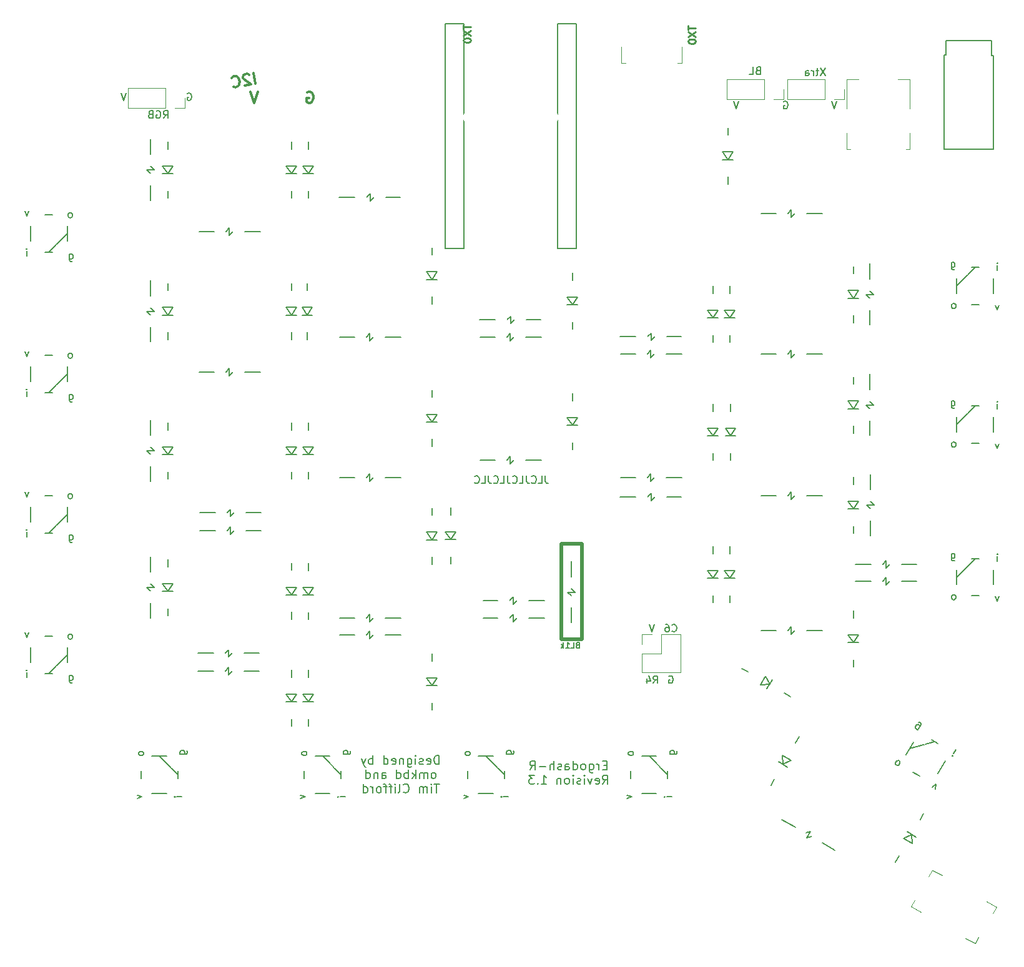
<source format=gbo>
G04 #@! TF.GenerationSoftware,KiCad,Pcbnew,(5.99.0-7652-gaab3c936f0)*
G04 #@! TF.CreationDate,2020-12-28T19:10:50+00:00*
G04 #@! TF.ProjectId,ergodash,6572676f-6461-4736-982e-6b696361645f,2.0*
G04 #@! TF.SameCoordinates,PX4c880a8PY8a3633c*
G04 #@! TF.FileFunction,Legend,Bot*
G04 #@! TF.FilePolarity,Positive*
%FSLAX46Y46*%
G04 Gerber Fmt 4.6, Leading zero omitted, Abs format (unit mm)*
G04 Created by KiCad (PCBNEW (5.99.0-7652-gaab3c936f0)) date 2020-12-28 19:10:50*
%MOMM*%
%LPD*%
G01*
G04 APERTURE LIST*
%ADD10C,0.500000*%
%ADD11C,0.300000*%
%ADD12C,0.200000*%
%ADD13C,0.150000*%
%ADD14C,0.250000*%
%ADD15C,0.120000*%
%ADD16C,0.100000*%
%ADD17C,1.210000*%
%ADD18R,1.905000X1.905000*%
%ADD19C,1.905000*%
%ADD20C,1.524000*%
%ADD21C,1.900000*%
%ADD22C,1.700000*%
%ADD23C,4.000000*%
%ADD24O,2.300000X3.337000*%
%ADD25C,2.000000*%
%ADD26C,1.600000*%
%ADD27O,1.600000X1.600000*%
%ADD28C,5.000000*%
%ADD29R,1.524000X1.524000*%
%ADD30O,1.300000X2.000000*%
%ADD31R,1.700000X1.700000*%
%ADD32O,1.700000X1.700000*%
%ADD33R,1.200000X1.400000*%
%ADD34R,1.400000X1.200000*%
%ADD35R,0.900000X0.800000*%
%ADD36R,1.200000X1.600000*%
%ADD37R,1.600000X1.600000*%
%ADD38R,1.400000X1.800000*%
%ADD39R,1.800000X1.400000*%
G04 APERTURE END LIST*
D10*
X72754000Y34590500D02*
X75548000Y34590500D01*
X75548000Y34590500D02*
X75548000Y21636500D01*
X75548000Y21636500D02*
X72754000Y21636500D01*
X72754000Y21636500D02*
X72754000Y34590500D01*
D11*
X31293056Y96934592D02*
X31032584Y98411803D01*
X30424300Y98159485D02*
X30341553Y98217425D01*
X30188463Y98262962D01*
X29836746Y98200945D01*
X29708462Y98105794D01*
X29650523Y98023048D01*
X29604986Y97869957D01*
X29629793Y97729271D01*
X29737347Y97530644D01*
X30730309Y96835364D01*
X29815844Y96674119D01*
X28313826Y96554334D02*
X28396573Y96496394D01*
X28620007Y96463261D01*
X28760693Y96488068D01*
X28959320Y96595621D01*
X29075200Y96761115D01*
X29120737Y96914205D01*
X29141466Y97207983D01*
X29104256Y97419013D01*
X28984299Y97687983D01*
X28889148Y97816266D01*
X28723655Y97932146D01*
X28500221Y97965279D01*
X28359534Y97940473D01*
X28160907Y97832919D01*
X28102967Y97750172D01*
X38325142Y95792500D02*
X38468000Y95863929D01*
X38682285Y95863929D01*
X38896571Y95792500D01*
X39039428Y95649643D01*
X39110857Y95506786D01*
X39182285Y95221072D01*
X39182285Y95006786D01*
X39110857Y94721072D01*
X39039428Y94578215D01*
X38896571Y94435358D01*
X38682285Y94363929D01*
X38539428Y94363929D01*
X38325142Y94435358D01*
X38253714Y94506786D01*
X38253714Y95006786D01*
X38539428Y95006786D01*
D12*
X74995428Y20804643D02*
X74881142Y20766548D01*
X74843047Y20728453D01*
X74804952Y20652262D01*
X74804952Y20537977D01*
X74843047Y20461786D01*
X74881142Y20423691D01*
X74957333Y20385596D01*
X75262095Y20385596D01*
X75262095Y21185596D01*
X74995428Y21185596D01*
X74919238Y21147500D01*
X74881142Y21109405D01*
X74843047Y21033215D01*
X74843047Y20957024D01*
X74881142Y20880834D01*
X74919238Y20842739D01*
X74995428Y20804643D01*
X75262095Y20804643D01*
X74081142Y20385596D02*
X74462095Y20385596D01*
X74462095Y21185596D01*
X73395428Y20385596D02*
X73852571Y20385596D01*
X73624000Y20385596D02*
X73624000Y21185596D01*
X73700190Y21071310D01*
X73776380Y20995120D01*
X73852571Y20957024D01*
X73052571Y20385596D02*
X73052571Y21185596D01*
X72976380Y20690358D02*
X72747809Y20385596D01*
X72747809Y20918929D02*
X73052571Y20614167D01*
X56200000Y4639143D02*
X56200000Y5839143D01*
X55914285Y5839143D01*
X55742857Y5782000D01*
X55628571Y5667715D01*
X55571428Y5553429D01*
X55514285Y5324858D01*
X55514285Y5153429D01*
X55571428Y4924858D01*
X55628571Y4810572D01*
X55742857Y4696286D01*
X55914285Y4639143D01*
X56200000Y4639143D01*
X54542857Y4696286D02*
X54657142Y4639143D01*
X54885714Y4639143D01*
X55000000Y4696286D01*
X55057142Y4810572D01*
X55057142Y5267715D01*
X55000000Y5382000D01*
X54885714Y5439143D01*
X54657142Y5439143D01*
X54542857Y5382000D01*
X54485714Y5267715D01*
X54485714Y5153429D01*
X55057142Y5039143D01*
X54028571Y4696286D02*
X53914285Y4639143D01*
X53685714Y4639143D01*
X53571428Y4696286D01*
X53514285Y4810572D01*
X53514285Y4867715D01*
X53571428Y4982000D01*
X53685714Y5039143D01*
X53857142Y5039143D01*
X53971428Y5096286D01*
X54028571Y5210572D01*
X54028571Y5267715D01*
X53971428Y5382000D01*
X53857142Y5439143D01*
X53685714Y5439143D01*
X53571428Y5382000D01*
X53000000Y4639143D02*
X53000000Y5439143D01*
X53000000Y5839143D02*
X53057142Y5782000D01*
X53000000Y5724858D01*
X52942857Y5782000D01*
X53000000Y5839143D01*
X53000000Y5724858D01*
X51914285Y5439143D02*
X51914285Y4467715D01*
X51971428Y4353429D01*
X52028571Y4296286D01*
X52142857Y4239143D01*
X52314285Y4239143D01*
X52428571Y4296286D01*
X51914285Y4696286D02*
X52028571Y4639143D01*
X52257142Y4639143D01*
X52371428Y4696286D01*
X52428571Y4753429D01*
X52485714Y4867715D01*
X52485714Y5210572D01*
X52428571Y5324858D01*
X52371428Y5382000D01*
X52257142Y5439143D01*
X52028571Y5439143D01*
X51914285Y5382000D01*
X51342857Y5439143D02*
X51342857Y4639143D01*
X51342857Y5324858D02*
X51285714Y5382000D01*
X51171428Y5439143D01*
X51000000Y5439143D01*
X50885714Y5382000D01*
X50828571Y5267715D01*
X50828571Y4639143D01*
X49800000Y4696286D02*
X49914285Y4639143D01*
X50142857Y4639143D01*
X50257142Y4696286D01*
X50314285Y4810572D01*
X50314285Y5267715D01*
X50257142Y5382000D01*
X50142857Y5439143D01*
X49914285Y5439143D01*
X49800000Y5382000D01*
X49742857Y5267715D01*
X49742857Y5153429D01*
X50314285Y5039143D01*
X48714285Y4639143D02*
X48714285Y5839143D01*
X48714285Y4696286D02*
X48828571Y4639143D01*
X49057142Y4639143D01*
X49171428Y4696286D01*
X49228571Y4753429D01*
X49285714Y4867715D01*
X49285714Y5210572D01*
X49228571Y5324858D01*
X49171428Y5382000D01*
X49057142Y5439143D01*
X48828571Y5439143D01*
X48714285Y5382000D01*
X47228571Y4639143D02*
X47228571Y5839143D01*
X47228571Y5382000D02*
X47114285Y5439143D01*
X46885714Y5439143D01*
X46771428Y5382000D01*
X46714285Y5324858D01*
X46657142Y5210572D01*
X46657142Y4867715D01*
X46714285Y4753429D01*
X46771428Y4696286D01*
X46885714Y4639143D01*
X47114285Y4639143D01*
X47228571Y4696286D01*
X46257142Y5439143D02*
X45971428Y4639143D01*
X45685714Y5439143D02*
X45971428Y4639143D01*
X46085714Y4353429D01*
X46142857Y4296286D01*
X46257142Y4239143D01*
X55542857Y2707143D02*
X55657142Y2764286D01*
X55714285Y2821429D01*
X55771428Y2935715D01*
X55771428Y3278572D01*
X55714285Y3392858D01*
X55657142Y3450000D01*
X55542857Y3507143D01*
X55371428Y3507143D01*
X55257142Y3450000D01*
X55200000Y3392858D01*
X55142857Y3278572D01*
X55142857Y2935715D01*
X55200000Y2821429D01*
X55257142Y2764286D01*
X55371428Y2707143D01*
X55542857Y2707143D01*
X54628571Y2707143D02*
X54628571Y3507143D01*
X54628571Y3392858D02*
X54571428Y3450000D01*
X54457142Y3507143D01*
X54285714Y3507143D01*
X54171428Y3450000D01*
X54114285Y3335715D01*
X54114285Y2707143D01*
X54114285Y3335715D02*
X54057142Y3450000D01*
X53942857Y3507143D01*
X53771428Y3507143D01*
X53657142Y3450000D01*
X53600000Y3335715D01*
X53600000Y2707143D01*
X53028571Y2707143D02*
X53028571Y3907143D01*
X52914285Y3164286D02*
X52571428Y2707143D01*
X52571428Y3507143D02*
X53028571Y3050000D01*
X52057142Y2707143D02*
X52057142Y3907143D01*
X52057142Y3450000D02*
X51942857Y3507143D01*
X51714285Y3507143D01*
X51600000Y3450000D01*
X51542857Y3392858D01*
X51485714Y3278572D01*
X51485714Y2935715D01*
X51542857Y2821429D01*
X51600000Y2764286D01*
X51714285Y2707143D01*
X51942857Y2707143D01*
X52057142Y2764286D01*
X50457142Y2707143D02*
X50457142Y3907143D01*
X50457142Y2764286D02*
X50571428Y2707143D01*
X50800000Y2707143D01*
X50914285Y2764286D01*
X50971428Y2821429D01*
X51028571Y2935715D01*
X51028571Y3278572D01*
X50971428Y3392858D01*
X50914285Y3450000D01*
X50800000Y3507143D01*
X50571428Y3507143D01*
X50457142Y3450000D01*
X48457142Y2707143D02*
X48457142Y3335715D01*
X48514285Y3450000D01*
X48628571Y3507143D01*
X48857142Y3507143D01*
X48971428Y3450000D01*
X48457142Y2764286D02*
X48571428Y2707143D01*
X48857142Y2707143D01*
X48971428Y2764286D01*
X49028571Y2878572D01*
X49028571Y2992858D01*
X48971428Y3107143D01*
X48857142Y3164286D01*
X48571428Y3164286D01*
X48457142Y3221429D01*
X47885714Y3507143D02*
X47885714Y2707143D01*
X47885714Y3392858D02*
X47828571Y3450000D01*
X47714285Y3507143D01*
X47542857Y3507143D01*
X47428571Y3450000D01*
X47371428Y3335715D01*
X47371428Y2707143D01*
X46285714Y2707143D02*
X46285714Y3907143D01*
X46285714Y2764286D02*
X46400000Y2707143D01*
X46628571Y2707143D01*
X46742857Y2764286D01*
X46800000Y2821429D01*
X46857142Y2935715D01*
X46857142Y3278572D01*
X46800000Y3392858D01*
X46742857Y3450000D01*
X46628571Y3507143D01*
X46400000Y3507143D01*
X46285714Y3450000D01*
X56228571Y1975143D02*
X55542857Y1975143D01*
X55885714Y775143D02*
X55885714Y1975143D01*
X55142857Y775143D02*
X55142857Y1575143D01*
X55142857Y1975143D02*
X55200000Y1918000D01*
X55142857Y1860858D01*
X55085714Y1918000D01*
X55142857Y1975143D01*
X55142857Y1860858D01*
X54571428Y775143D02*
X54571428Y1575143D01*
X54571428Y1460858D02*
X54514285Y1518000D01*
X54400000Y1575143D01*
X54228571Y1575143D01*
X54114285Y1518000D01*
X54057142Y1403715D01*
X54057142Y775143D01*
X54057142Y1403715D02*
X54000000Y1518000D01*
X53885714Y1575143D01*
X53714285Y1575143D01*
X53600000Y1518000D01*
X53542857Y1403715D01*
X53542857Y775143D01*
X51371428Y889429D02*
X51428571Y832286D01*
X51600000Y775143D01*
X51714285Y775143D01*
X51885714Y832286D01*
X52000000Y946572D01*
X52057142Y1060858D01*
X52114285Y1289429D01*
X52114285Y1460858D01*
X52057142Y1689429D01*
X52000000Y1803715D01*
X51885714Y1918000D01*
X51714285Y1975143D01*
X51600000Y1975143D01*
X51428571Y1918000D01*
X51371428Y1860858D01*
X50685714Y775143D02*
X50800000Y832286D01*
X50857142Y946572D01*
X50857142Y1975143D01*
X50228571Y775143D02*
X50228571Y1575143D01*
X50228571Y1975143D02*
X50285714Y1918000D01*
X50228571Y1860858D01*
X50171428Y1918000D01*
X50228571Y1975143D01*
X50228571Y1860858D01*
X49828571Y1575143D02*
X49371428Y1575143D01*
X49657142Y775143D02*
X49657142Y1803715D01*
X49600000Y1918000D01*
X49485714Y1975143D01*
X49371428Y1975143D01*
X49142857Y1575143D02*
X48685714Y1575143D01*
X48971428Y775143D02*
X48971428Y1803715D01*
X48914285Y1918000D01*
X48800000Y1975143D01*
X48685714Y1975143D01*
X48114285Y775143D02*
X48228571Y832286D01*
X48285714Y889429D01*
X48342857Y1003715D01*
X48342857Y1346572D01*
X48285714Y1460858D01*
X48228571Y1518000D01*
X48114285Y1575143D01*
X47942857Y1575143D01*
X47828571Y1518000D01*
X47771428Y1460858D01*
X47714285Y1346572D01*
X47714285Y1003715D01*
X47771428Y889429D01*
X47828571Y832286D01*
X47942857Y775143D01*
X48114285Y775143D01*
X47200000Y775143D02*
X47200000Y1575143D01*
X47200000Y1346572D02*
X47142857Y1460858D01*
X47085714Y1518000D01*
X46971428Y1575143D01*
X46857142Y1575143D01*
X45942857Y775143D02*
X45942857Y1975143D01*
X45942857Y832286D02*
X46057142Y775143D01*
X46285714Y775143D01*
X46400000Y832286D01*
X46457142Y889429D01*
X46514285Y1003715D01*
X46514285Y1346572D01*
X46457142Y1460858D01*
X46400000Y1518000D01*
X46285714Y1575143D01*
X46057142Y1575143D01*
X45942857Y1518000D01*
D13*
X87368095Y16581500D02*
X87463333Y16629120D01*
X87606190Y16629120D01*
X87749047Y16581500D01*
X87844285Y16486262D01*
X87891904Y16391024D01*
X87939523Y16200548D01*
X87939523Y16057691D01*
X87891904Y15867215D01*
X87844285Y15771977D01*
X87749047Y15676739D01*
X87606190Y15629120D01*
X87510952Y15629120D01*
X87368095Y15676739D01*
X87320476Y15724358D01*
X87320476Y16057691D01*
X87510952Y16057691D01*
D12*
X78921428Y4517715D02*
X78521428Y4517715D01*
X78350000Y3889143D02*
X78921428Y3889143D01*
X78921428Y5089143D01*
X78350000Y5089143D01*
X77835714Y3889143D02*
X77835714Y4689143D01*
X77835714Y4460572D02*
X77778571Y4574858D01*
X77721428Y4632000D01*
X77607142Y4689143D01*
X77492857Y4689143D01*
X76578571Y4689143D02*
X76578571Y3717715D01*
X76635714Y3603429D01*
X76692857Y3546286D01*
X76807142Y3489143D01*
X76978571Y3489143D01*
X77092857Y3546286D01*
X76578571Y3946286D02*
X76692857Y3889143D01*
X76921428Y3889143D01*
X77035714Y3946286D01*
X77092857Y4003429D01*
X77150000Y4117715D01*
X77150000Y4460572D01*
X77092857Y4574858D01*
X77035714Y4632000D01*
X76921428Y4689143D01*
X76692857Y4689143D01*
X76578571Y4632000D01*
X75835714Y3889143D02*
X75950000Y3946286D01*
X76007142Y4003429D01*
X76064285Y4117715D01*
X76064285Y4460572D01*
X76007142Y4574858D01*
X75950000Y4632000D01*
X75835714Y4689143D01*
X75664285Y4689143D01*
X75550000Y4632000D01*
X75492857Y4574858D01*
X75435714Y4460572D01*
X75435714Y4117715D01*
X75492857Y4003429D01*
X75550000Y3946286D01*
X75664285Y3889143D01*
X75835714Y3889143D01*
X74407142Y3889143D02*
X74407142Y5089143D01*
X74407142Y3946286D02*
X74521428Y3889143D01*
X74750000Y3889143D01*
X74864285Y3946286D01*
X74921428Y4003429D01*
X74978571Y4117715D01*
X74978571Y4460572D01*
X74921428Y4574858D01*
X74864285Y4632000D01*
X74750000Y4689143D01*
X74521428Y4689143D01*
X74407142Y4632000D01*
X73321428Y3889143D02*
X73321428Y4517715D01*
X73378571Y4632000D01*
X73492857Y4689143D01*
X73721428Y4689143D01*
X73835714Y4632000D01*
X73321428Y3946286D02*
X73435714Y3889143D01*
X73721428Y3889143D01*
X73835714Y3946286D01*
X73892857Y4060572D01*
X73892857Y4174858D01*
X73835714Y4289143D01*
X73721428Y4346286D01*
X73435714Y4346286D01*
X73321428Y4403429D01*
X72807142Y3946286D02*
X72692857Y3889143D01*
X72464285Y3889143D01*
X72350000Y3946286D01*
X72292857Y4060572D01*
X72292857Y4117715D01*
X72350000Y4232000D01*
X72464285Y4289143D01*
X72635714Y4289143D01*
X72750000Y4346286D01*
X72807142Y4460572D01*
X72807142Y4517715D01*
X72750000Y4632000D01*
X72635714Y4689143D01*
X72464285Y4689143D01*
X72350000Y4632000D01*
X71778571Y3889143D02*
X71778571Y5089143D01*
X71264285Y3889143D02*
X71264285Y4517715D01*
X71321428Y4632000D01*
X71435714Y4689143D01*
X71607142Y4689143D01*
X71721428Y4632000D01*
X71778571Y4574858D01*
X70692857Y4346286D02*
X69778571Y4346286D01*
X68521428Y3889143D02*
X68921428Y4460572D01*
X69207142Y3889143D02*
X69207142Y5089143D01*
X68750000Y5089143D01*
X68635714Y5032000D01*
X68578571Y4974858D01*
X68521428Y4860572D01*
X68521428Y4689143D01*
X68578571Y4574858D01*
X68635714Y4517715D01*
X68750000Y4460572D01*
X69207142Y4460572D01*
X78378571Y1957143D02*
X78778571Y2528572D01*
X79064285Y1957143D02*
X79064285Y3157143D01*
X78607142Y3157143D01*
X78492857Y3100000D01*
X78435714Y3042858D01*
X78378571Y2928572D01*
X78378571Y2757143D01*
X78435714Y2642858D01*
X78492857Y2585715D01*
X78607142Y2528572D01*
X79064285Y2528572D01*
X77407142Y2014286D02*
X77521428Y1957143D01*
X77750000Y1957143D01*
X77864285Y2014286D01*
X77921428Y2128572D01*
X77921428Y2585715D01*
X77864285Y2700000D01*
X77750000Y2757143D01*
X77521428Y2757143D01*
X77407142Y2700000D01*
X77350000Y2585715D01*
X77350000Y2471429D01*
X77921428Y2357143D01*
X76950000Y2757143D02*
X76664285Y1957143D01*
X76378571Y2757143D01*
X75921428Y1957143D02*
X75921428Y2757143D01*
X75921428Y3157143D02*
X75978571Y3100000D01*
X75921428Y3042858D01*
X75864285Y3100000D01*
X75921428Y3157143D01*
X75921428Y3042858D01*
X75407142Y2014286D02*
X75292857Y1957143D01*
X75064285Y1957143D01*
X74950000Y2014286D01*
X74892857Y2128572D01*
X74892857Y2185715D01*
X74950000Y2300000D01*
X75064285Y2357143D01*
X75235714Y2357143D01*
X75350000Y2414286D01*
X75407142Y2528572D01*
X75407142Y2585715D01*
X75350000Y2700000D01*
X75235714Y2757143D01*
X75064285Y2757143D01*
X74950000Y2700000D01*
X74378571Y1957143D02*
X74378571Y2757143D01*
X74378571Y3157143D02*
X74435714Y3100000D01*
X74378571Y3042858D01*
X74321428Y3100000D01*
X74378571Y3157143D01*
X74378571Y3042858D01*
X73635714Y1957143D02*
X73750000Y2014286D01*
X73807142Y2071429D01*
X73864285Y2185715D01*
X73864285Y2528572D01*
X73807142Y2642858D01*
X73750000Y2700000D01*
X73635714Y2757143D01*
X73464285Y2757143D01*
X73350000Y2700000D01*
X73292857Y2642858D01*
X73235714Y2528572D01*
X73235714Y2185715D01*
X73292857Y2071429D01*
X73350000Y2014286D01*
X73464285Y1957143D01*
X73635714Y1957143D01*
X72721428Y2757143D02*
X72721428Y1957143D01*
X72721428Y2642858D02*
X72664285Y2700000D01*
X72550000Y2757143D01*
X72378571Y2757143D01*
X72264285Y2700000D01*
X72207142Y2585715D01*
X72207142Y1957143D01*
X70092857Y1957143D02*
X70778571Y1957143D01*
X70435714Y1957143D02*
X70435714Y3157143D01*
X70550000Y2985715D01*
X70664285Y2871429D01*
X70778571Y2814286D01*
X69578571Y2071429D02*
X69521428Y2014286D01*
X69578571Y1957143D01*
X69635714Y2014286D01*
X69578571Y2071429D01*
X69578571Y1957143D01*
X69121428Y3157143D02*
X68378571Y3157143D01*
X68778571Y2700000D01*
X68607142Y2700000D01*
X68492857Y2642858D01*
X68435714Y2585715D01*
X68378571Y2471429D01*
X68378571Y2185715D01*
X68435714Y2071429D01*
X68492857Y2014286D01*
X68607142Y1957143D01*
X68950000Y1957143D01*
X69064285Y2014286D01*
X69121428Y2071429D01*
X22073095Y95634500D02*
X22168333Y95682120D01*
X22311190Y95682120D01*
X22454047Y95634500D01*
X22549285Y95539262D01*
X22596904Y95444024D01*
X22644523Y95253548D01*
X22644523Y95110691D01*
X22596904Y94920215D01*
X22549285Y94824977D01*
X22454047Y94729739D01*
X22311190Y94682120D01*
X22215952Y94682120D01*
X22073095Y94729739D01*
X22025476Y94777358D01*
X22025476Y95110691D01*
X22215952Y95110691D01*
X99433333Y98736429D02*
X99290476Y98688810D01*
X99242857Y98641191D01*
X99195238Y98545953D01*
X99195238Y98403096D01*
X99242857Y98307858D01*
X99290476Y98260239D01*
X99385714Y98212620D01*
X99766666Y98212620D01*
X99766666Y99212620D01*
X99433333Y99212620D01*
X99338095Y99165000D01*
X99290476Y99117381D01*
X99242857Y99022143D01*
X99242857Y98926905D01*
X99290476Y98831667D01*
X99338095Y98784048D01*
X99433333Y98736429D01*
X99766666Y98736429D01*
X98290476Y98212620D02*
X98766666Y98212620D01*
X98766666Y99212620D01*
X18834476Y92269120D02*
X19167809Y92745310D01*
X19405904Y92269120D02*
X19405904Y93269120D01*
X19024952Y93269120D01*
X18929714Y93221500D01*
X18882095Y93173881D01*
X18834476Y93078643D01*
X18834476Y92935786D01*
X18882095Y92840548D01*
X18929714Y92792929D01*
X19024952Y92745310D01*
X19405904Y92745310D01*
X17882095Y93221500D02*
X17977333Y93269120D01*
X18120190Y93269120D01*
X18263047Y93221500D01*
X18358285Y93126262D01*
X18405904Y93031024D01*
X18453523Y92840548D01*
X18453523Y92697691D01*
X18405904Y92507215D01*
X18358285Y92411977D01*
X18263047Y92316739D01*
X18120190Y92269120D01*
X18024952Y92269120D01*
X17882095Y92316739D01*
X17834476Y92364358D01*
X17834476Y92697691D01*
X18024952Y92697691D01*
X17072571Y92792929D02*
X16929714Y92745310D01*
X16882095Y92697691D01*
X16834476Y92602453D01*
X16834476Y92459596D01*
X16882095Y92364358D01*
X16929714Y92316739D01*
X17024952Y92269120D01*
X17405904Y92269120D01*
X17405904Y93269120D01*
X17072571Y93269120D01*
X16977333Y93221500D01*
X16929714Y93173881D01*
X16882095Y93078643D01*
X16882095Y92983405D01*
X16929714Y92888167D01*
X16977333Y92840548D01*
X17072571Y92792929D01*
X17405904Y92792929D01*
X96833333Y94547620D02*
X96500000Y93547620D01*
X96166666Y94547620D01*
D13*
X85423332Y23614120D02*
X85089999Y22614120D01*
X84756665Y23614120D01*
X85256665Y15629120D02*
X85589999Y16105310D01*
X85828094Y15629120D02*
X85828094Y16629120D01*
X85447141Y16629120D01*
X85351903Y16581500D01*
X85304284Y16533881D01*
X85256665Y16438643D01*
X85256665Y16295786D01*
X85304284Y16200548D01*
X85351903Y16152929D01*
X85447141Y16105310D01*
X85828094Y16105310D01*
X84399522Y16295786D02*
X84399522Y15629120D01*
X84637618Y16676739D02*
X84875713Y15962453D01*
X84256665Y15962453D01*
D12*
X13111665Y95682120D02*
X13444999Y94682120D01*
X13778332Y95682120D01*
D11*
X30598000Y95863929D02*
X31098000Y94363929D01*
X31598000Y95863929D01*
D12*
X110133333Y94547620D02*
X109800000Y93547620D01*
X109466666Y94547620D01*
D13*
X87796665Y22709358D02*
X87844284Y22661739D01*
X87987141Y22614120D01*
X88082379Y22614120D01*
X88225237Y22661739D01*
X88320475Y22756977D01*
X88368094Y22852215D01*
X88415713Y23042691D01*
X88415713Y23185548D01*
X88368094Y23376024D01*
X88320475Y23471262D01*
X88225237Y23566500D01*
X88082379Y23614120D01*
X87987141Y23614120D01*
X87844284Y23566500D01*
X87796665Y23518881D01*
X86939522Y23614120D02*
X87129999Y23614120D01*
X87225237Y23566500D01*
X87272856Y23518881D01*
X87368094Y23376024D01*
X87415713Y23185548D01*
X87415713Y22804596D01*
X87368094Y22709358D01*
X87320475Y22661739D01*
X87225237Y22614120D01*
X87034760Y22614120D01*
X86939522Y22661739D01*
X86891903Y22709358D01*
X86844284Y22804596D01*
X86844284Y23042691D01*
X86891903Y23137929D01*
X86939522Y23185548D01*
X87034760Y23233167D01*
X87225237Y23233167D01*
X87320475Y23185548D01*
X87368094Y23137929D01*
X87415713Y23042691D01*
D14*
X89986380Y104789596D02*
X89986380Y104218167D01*
X90986380Y104503881D02*
X89986380Y104503881D01*
X89986380Y103980072D02*
X90986380Y103313405D01*
X89986380Y103313405D02*
X90986380Y103980072D01*
X89986380Y102741977D02*
X89986380Y102646739D01*
X90034000Y102551500D01*
X90081619Y102503881D01*
X90176857Y102456262D01*
X90367333Y102408643D01*
X90605428Y102408643D01*
X90795904Y102456262D01*
X90891142Y102503881D01*
X90938761Y102551500D01*
X90986380Y102646739D01*
X90986380Y102741977D01*
X90938761Y102837215D01*
X90891142Y102884834D01*
X90795904Y102932453D01*
X90605428Y102980072D01*
X90367333Y102980072D01*
X90176857Y102932453D01*
X90081619Y102884834D01*
X90034000Y102837215D01*
X89986380Y102741977D01*
D12*
X102938095Y94500000D02*
X103033333Y94547620D01*
X103176190Y94547620D01*
X103319047Y94500000D01*
X103414285Y94404762D01*
X103461904Y94309524D01*
X103509523Y94119048D01*
X103509523Y93976191D01*
X103461904Y93785715D01*
X103414285Y93690477D01*
X103319047Y93595239D01*
X103176190Y93547620D01*
X103080952Y93547620D01*
X102938095Y93595239D01*
X102890476Y93642858D01*
X102890476Y93976191D01*
X103080952Y93976191D01*
D13*
X70615047Y43750120D02*
X70615047Y43035834D01*
X70662666Y42892977D01*
X70757904Y42797739D01*
X70900761Y42750120D01*
X70996000Y42750120D01*
X69662666Y42750120D02*
X70138857Y42750120D01*
X70138857Y43750120D01*
X68757904Y42845358D02*
X68805523Y42797739D01*
X68948380Y42750120D01*
X69043619Y42750120D01*
X69186476Y42797739D01*
X69281714Y42892977D01*
X69329333Y42988215D01*
X69376952Y43178691D01*
X69376952Y43321548D01*
X69329333Y43512024D01*
X69281714Y43607262D01*
X69186476Y43702500D01*
X69043619Y43750120D01*
X68948380Y43750120D01*
X68805523Y43702500D01*
X68757904Y43654881D01*
X68043619Y43750120D02*
X68043619Y43035834D01*
X68091238Y42892977D01*
X68186476Y42797739D01*
X68329333Y42750120D01*
X68424571Y42750120D01*
X67091238Y42750120D02*
X67567428Y42750120D01*
X67567428Y43750120D01*
X66186476Y42845358D02*
X66234095Y42797739D01*
X66376952Y42750120D01*
X66472190Y42750120D01*
X66615047Y42797739D01*
X66710285Y42892977D01*
X66757904Y42988215D01*
X66805523Y43178691D01*
X66805523Y43321548D01*
X66757904Y43512024D01*
X66710285Y43607262D01*
X66615047Y43702500D01*
X66472190Y43750120D01*
X66376952Y43750120D01*
X66234095Y43702500D01*
X66186476Y43654881D01*
X65472190Y43750120D02*
X65472190Y43035834D01*
X65519809Y42892977D01*
X65615047Y42797739D01*
X65757904Y42750120D01*
X65853142Y42750120D01*
X64519809Y42750120D02*
X64996000Y42750120D01*
X64996000Y43750120D01*
X63615047Y42845358D02*
X63662666Y42797739D01*
X63805523Y42750120D01*
X63900761Y42750120D01*
X64043619Y42797739D01*
X64138857Y42892977D01*
X64186476Y42988215D01*
X64234095Y43178691D01*
X64234095Y43321548D01*
X64186476Y43512024D01*
X64138857Y43607262D01*
X64043619Y43702500D01*
X63900761Y43750120D01*
X63805523Y43750120D01*
X63662666Y43702500D01*
X63615047Y43654881D01*
X62900761Y43750120D02*
X62900761Y43035834D01*
X62948380Y42892977D01*
X63043619Y42797739D01*
X63186476Y42750120D01*
X63281714Y42750120D01*
X61948380Y42750120D02*
X62424571Y42750120D01*
X62424571Y43750120D01*
X61043619Y42845358D02*
X61091238Y42797739D01*
X61234095Y42750120D01*
X61329333Y42750120D01*
X61472190Y42797739D01*
X61567428Y42892977D01*
X61615047Y42988215D01*
X61662666Y43178691D01*
X61662666Y43321548D01*
X61615047Y43512024D01*
X61567428Y43607262D01*
X61472190Y43702500D01*
X61329333Y43750120D01*
X61234095Y43750120D01*
X61091238Y43702500D01*
X61043619Y43654881D01*
D12*
X108580952Y99047620D02*
X107914285Y98047620D01*
X107914285Y99047620D02*
X108580952Y98047620D01*
X107676190Y98714286D02*
X107295238Y98714286D01*
X107533333Y99047620D02*
X107533333Y98190477D01*
X107485714Y98095239D01*
X107390476Y98047620D01*
X107295238Y98047620D01*
X106961904Y98047620D02*
X106961904Y98714286D01*
X106961904Y98523810D02*
X106914285Y98619048D01*
X106866666Y98666667D01*
X106771428Y98714286D01*
X106676190Y98714286D01*
X105914285Y98047620D02*
X105914285Y98571429D01*
X105961904Y98666667D01*
X106057142Y98714286D01*
X106247619Y98714286D01*
X106342857Y98666667D01*
X105914285Y98095239D02*
X106009523Y98047620D01*
X106247619Y98047620D01*
X106342857Y98095239D01*
X106390476Y98190477D01*
X106390476Y98285715D01*
X106342857Y98380953D01*
X106247619Y98428572D01*
X106009523Y98428572D01*
X105914285Y98476191D01*
D14*
X59506380Y104916596D02*
X59506380Y104345167D01*
X60506380Y104630881D02*
X59506380Y104630881D01*
X59506380Y104107072D02*
X60506380Y103440405D01*
X59506380Y103440405D02*
X60506380Y104107072D01*
X59506380Y102868977D02*
X59506380Y102773739D01*
X59554000Y102678500D01*
X59601619Y102630881D01*
X59696857Y102583262D01*
X59887333Y102535643D01*
X60125428Y102535643D01*
X60315904Y102583262D01*
X60411142Y102630881D01*
X60458761Y102678500D01*
X60506380Y102773739D01*
X60506380Y102868977D01*
X60458761Y102964215D01*
X60411142Y103011834D01*
X60315904Y103059453D01*
X60125428Y103107072D01*
X59887333Y103107072D01*
X59696857Y103059453D01*
X59601619Y103011834D01*
X59554000Y102964215D01*
X59506380Y102868977D01*
D13*
X6070714Y73841786D02*
X6070714Y73032262D01*
X6118333Y72937024D01*
X6165952Y72889405D01*
X6261190Y72841786D01*
X6404047Y72841786D01*
X6499285Y72889405D01*
X6070714Y73222739D02*
X6165952Y73175120D01*
X6356428Y73175120D01*
X6451666Y73222739D01*
X6499285Y73270358D01*
X6546904Y73365596D01*
X6546904Y73651310D01*
X6499285Y73746548D01*
X6451666Y73794167D01*
X6356428Y73841786D01*
X6165952Y73841786D01*
X6070714Y73794167D01*
X6256428Y78775120D02*
X6351666Y78822739D01*
X6399285Y78870358D01*
X6446904Y78965596D01*
X6446904Y79251310D01*
X6399285Y79346548D01*
X6351666Y79394167D01*
X6256428Y79441786D01*
X6113571Y79441786D01*
X6018333Y79394167D01*
X5970714Y79346548D01*
X5923095Y79251310D01*
X5923095Y78965596D01*
X5970714Y78870358D01*
X6018333Y78822739D01*
X6113571Y78775120D01*
X6256428Y78775120D01*
X523095Y79641786D02*
X285000Y78975120D01*
X46904Y79641786D01*
X285000Y73575120D02*
X285000Y74241786D01*
X285000Y74575120D02*
X332619Y74527500D01*
X285000Y74479881D01*
X237380Y74527500D01*
X285000Y74575120D01*
X285000Y74479881D01*
X6256428Y59725120D02*
X6351666Y59772739D01*
X6399285Y59820358D01*
X6446904Y59915596D01*
X6446904Y60201310D01*
X6399285Y60296548D01*
X6351666Y60344167D01*
X6256428Y60391786D01*
X6113571Y60391786D01*
X6018333Y60344167D01*
X5970714Y60296548D01*
X5923095Y60201310D01*
X5923095Y59915596D01*
X5970714Y59820358D01*
X6018333Y59772739D01*
X6113571Y59725120D01*
X6256428Y59725120D01*
X523095Y60591786D02*
X285000Y59925120D01*
X46904Y60591786D01*
X285000Y54525120D02*
X285000Y55191786D01*
X285000Y55525120D02*
X332619Y55477500D01*
X285000Y55429881D01*
X237380Y55477500D01*
X285000Y55525120D01*
X285000Y55429881D01*
X6070714Y54791786D02*
X6070714Y53982262D01*
X6118333Y53887024D01*
X6165952Y53839405D01*
X6261190Y53791786D01*
X6404047Y53791786D01*
X6499285Y53839405D01*
X6070714Y54172739D02*
X6165952Y54125120D01*
X6356428Y54125120D01*
X6451666Y54172739D01*
X6499285Y54220358D01*
X6546904Y54315596D01*
X6546904Y54601310D01*
X6499285Y54696548D01*
X6451666Y54744167D01*
X6356428Y54791786D01*
X6165952Y54791786D01*
X6070714Y54744167D01*
X6070714Y35741786D02*
X6070714Y34932262D01*
X6118333Y34837024D01*
X6165952Y34789405D01*
X6261190Y34741786D01*
X6404047Y34741786D01*
X6499285Y34789405D01*
X6070714Y35122739D02*
X6165952Y35075120D01*
X6356428Y35075120D01*
X6451666Y35122739D01*
X6499285Y35170358D01*
X6546904Y35265596D01*
X6546904Y35551310D01*
X6499285Y35646548D01*
X6451666Y35694167D01*
X6356428Y35741786D01*
X6165952Y35741786D01*
X6070714Y35694167D01*
X285000Y35475120D02*
X285000Y36141786D01*
X285000Y36475120D02*
X332619Y36427500D01*
X285000Y36379881D01*
X237380Y36427500D01*
X285000Y36475120D01*
X285000Y36379881D01*
X523095Y41541786D02*
X285000Y40875120D01*
X46904Y41541786D01*
X6256428Y40675120D02*
X6351666Y40722739D01*
X6399285Y40770358D01*
X6446904Y40865596D01*
X6446904Y41151310D01*
X6399285Y41246548D01*
X6351666Y41294167D01*
X6256428Y41341786D01*
X6113571Y41341786D01*
X6018333Y41294167D01*
X5970714Y41246548D01*
X5923095Y41151310D01*
X5923095Y40865596D01*
X5970714Y40770358D01*
X6018333Y40722739D01*
X6113571Y40675120D01*
X6256428Y40675120D01*
X6256428Y21625120D02*
X6351666Y21672739D01*
X6399285Y21720358D01*
X6446904Y21815596D01*
X6446904Y22101310D01*
X6399285Y22196548D01*
X6351666Y22244167D01*
X6256428Y22291786D01*
X6113571Y22291786D01*
X6018333Y22244167D01*
X5970714Y22196548D01*
X5923095Y22101310D01*
X5923095Y21815596D01*
X5970714Y21720358D01*
X6018333Y21672739D01*
X6113571Y21625120D01*
X6256428Y21625120D01*
X6070714Y16691786D02*
X6070714Y15882262D01*
X6118333Y15787024D01*
X6165952Y15739405D01*
X6261190Y15691786D01*
X6404047Y15691786D01*
X6499285Y15739405D01*
X6070714Y16072739D02*
X6165952Y16025120D01*
X6356428Y16025120D01*
X6451666Y16072739D01*
X6499285Y16120358D01*
X6546904Y16215596D01*
X6546904Y16501310D01*
X6499285Y16596548D01*
X6451666Y16644167D01*
X6356428Y16691786D01*
X6165952Y16691786D01*
X6070714Y16644167D01*
X523095Y22491786D02*
X285000Y21825120D01*
X46904Y22491786D01*
X285000Y16425120D02*
X285000Y17091786D01*
X285000Y17425120D02*
X332619Y17377500D01*
X285000Y17329881D01*
X237380Y17377500D01*
X285000Y17425120D01*
X285000Y17329881D01*
X21056714Y6007215D02*
X21866238Y6007215D01*
X21961476Y6054834D01*
X22009095Y6102453D01*
X22056714Y6197691D01*
X22056714Y6340548D01*
X22009095Y6435786D01*
X21675761Y6007215D02*
X21723380Y6102453D01*
X21723380Y6292929D01*
X21675761Y6388167D01*
X21628142Y6435786D01*
X21532904Y6483405D01*
X21247190Y6483405D01*
X21151952Y6435786D01*
X21104333Y6388167D01*
X21056714Y6292929D01*
X21056714Y6102453D01*
X21104333Y6007215D01*
X16123380Y6192929D02*
X16075761Y6288167D01*
X16028142Y6335786D01*
X15932904Y6383405D01*
X15647190Y6383405D01*
X15551952Y6335786D01*
X15504333Y6288167D01*
X15456714Y6192929D01*
X15456714Y6050072D01*
X15504333Y5954834D01*
X15551952Y5907215D01*
X15647190Y5859596D01*
X15932904Y5859596D01*
X16028142Y5907215D01*
X16075761Y5954834D01*
X16123380Y6050072D01*
X16123380Y6192929D01*
X15256714Y459596D02*
X15923380Y221500D01*
X15256714Y-16595D01*
X21323380Y221500D02*
X20656714Y221500D01*
X20323380Y221500D02*
X20371000Y269120D01*
X20418619Y221500D01*
X20371000Y173881D01*
X20323380Y221500D01*
X20418619Y221500D01*
X38263713Y6192929D02*
X38216094Y6288167D01*
X38168475Y6335786D01*
X38073237Y6383405D01*
X37787523Y6383405D01*
X37692285Y6335786D01*
X37644666Y6288167D01*
X37597047Y6192929D01*
X37597047Y6050072D01*
X37644666Y5954834D01*
X37692285Y5907215D01*
X37787523Y5859596D01*
X38073237Y5859596D01*
X38168475Y5907215D01*
X38216094Y5954834D01*
X38263713Y6050072D01*
X38263713Y6192929D01*
X37397047Y459596D02*
X38063713Y221500D01*
X37397047Y-16595D01*
X43463713Y221500D02*
X42797047Y221500D01*
X42463713Y221500D02*
X42511333Y269120D01*
X42558952Y221500D01*
X42511333Y173881D01*
X42463713Y221500D01*
X42558952Y221500D01*
X43197047Y6007215D02*
X44006571Y6007215D01*
X44101809Y6054834D01*
X44149428Y6102453D01*
X44197047Y6197691D01*
X44197047Y6340548D01*
X44149428Y6435786D01*
X43816094Y6007215D02*
X43863713Y6102453D01*
X43863713Y6292929D01*
X43816094Y6388167D01*
X43768475Y6435786D01*
X43673237Y6483405D01*
X43387523Y6483405D01*
X43292285Y6435786D01*
X43244666Y6388167D01*
X43197047Y6292929D01*
X43197047Y6102453D01*
X43244666Y6007215D01*
X65337381Y6007215D02*
X66146905Y6007215D01*
X66242143Y6054834D01*
X66289762Y6102453D01*
X66337381Y6197691D01*
X66337381Y6340548D01*
X66289762Y6435786D01*
X65956428Y6007215D02*
X66004047Y6102453D01*
X66004047Y6292929D01*
X65956428Y6388167D01*
X65908809Y6435786D01*
X65813571Y6483405D01*
X65527857Y6483405D01*
X65432619Y6435786D01*
X65385000Y6388167D01*
X65337381Y6292929D01*
X65337381Y6102453D01*
X65385000Y6007215D01*
X59537381Y459596D02*
X60204047Y221500D01*
X59537381Y-16595D01*
X60404047Y6192929D02*
X60356428Y6288167D01*
X60308809Y6335786D01*
X60213571Y6383405D01*
X59927857Y6383405D01*
X59832619Y6335786D01*
X59785000Y6288167D01*
X59737381Y6192929D01*
X59737381Y6050072D01*
X59785000Y5954834D01*
X59832619Y5907215D01*
X59927857Y5859596D01*
X60213571Y5859596D01*
X60308809Y5907215D01*
X60356428Y5954834D01*
X60404047Y6050072D01*
X60404047Y6192929D01*
X65604047Y221500D02*
X64937381Y221500D01*
X64604047Y221500D02*
X64651667Y269120D01*
X64699286Y221500D01*
X64651667Y173881D01*
X64604047Y221500D01*
X64699286Y221500D01*
X87744380Y221500D02*
X87077714Y221500D01*
X86744380Y221500D02*
X86792000Y269120D01*
X86839619Y221500D01*
X86792000Y173881D01*
X86744380Y221500D01*
X86839619Y221500D01*
X87477714Y6007215D02*
X88287238Y6007215D01*
X88382476Y6054834D01*
X88430095Y6102453D01*
X88477714Y6197691D01*
X88477714Y6340548D01*
X88430095Y6435786D01*
X88096761Y6007215D02*
X88144380Y6102453D01*
X88144380Y6292929D01*
X88096761Y6388167D01*
X88049142Y6435786D01*
X87953904Y6483405D01*
X87668190Y6483405D01*
X87572952Y6435786D01*
X87525333Y6388167D01*
X87477714Y6292929D01*
X87477714Y6102453D01*
X87525333Y6007215D01*
X81677714Y459596D02*
X82344380Y221500D01*
X81677714Y-16595D01*
X82544380Y6192929D02*
X82496761Y6288167D01*
X82449142Y6335786D01*
X82353904Y6383405D01*
X82068190Y6383405D01*
X81972952Y6335786D01*
X81925333Y6288167D01*
X81877714Y6192929D01*
X81877714Y6050072D01*
X81925333Y5954834D01*
X81972952Y5907215D01*
X82068190Y5859596D01*
X82353904Y5859596D01*
X82449142Y5907215D01*
X82496761Y5954834D01*
X82544380Y6050072D01*
X82544380Y6192929D01*
X118509857Y5133322D02*
X118403569Y5139702D01*
X118338520Y5122272D01*
X118249662Y5063603D01*
X118106805Y4816167D01*
X118100425Y4709879D01*
X118117855Y4644830D01*
X118176524Y4555972D01*
X118300242Y4484543D01*
X118406530Y4478164D01*
X118471579Y4495593D01*
X118560437Y4554262D01*
X118703294Y4801698D01*
X118709674Y4907986D01*
X118692244Y4973035D01*
X118633575Y5061894D01*
X118509857Y5133322D01*
X126281266Y6650940D02*
X125947933Y6073590D01*
X125781266Y5784914D02*
X125763836Y5849963D01*
X125828885Y5867393D01*
X125846315Y5802344D01*
X125781266Y5784914D01*
X125828885Y5867393D01*
X123041736Y1516100D02*
X123581266Y1974403D01*
X123454129Y1278005D01*
X121137358Y9312857D02*
X121542119Y10013925D01*
X121548499Y10120213D01*
X121531069Y10185262D01*
X121472400Y10274120D01*
X121348682Y10345549D01*
X121242394Y10351929D01*
X121446881Y9848968D02*
X121388212Y9937826D01*
X121223255Y10033064D01*
X121116967Y10039444D01*
X121051918Y10022014D01*
X120963060Y9963345D01*
X120820203Y9715909D01*
X120813823Y9609621D01*
X120831253Y9544572D01*
X120889922Y9455714D01*
X121054879Y9360476D01*
X121161167Y9354096D01*
X132126095Y27432786D02*
X131888000Y26766120D01*
X131649904Y27432786D01*
X126059428Y26966120D02*
X126154666Y27013739D01*
X126202285Y27061358D01*
X126249904Y27156596D01*
X126249904Y27442310D01*
X126202285Y27537548D01*
X126154666Y27585167D01*
X126059428Y27632786D01*
X125916571Y27632786D01*
X125821333Y27585167D01*
X125773714Y27537548D01*
X125726095Y27442310D01*
X125726095Y27156596D01*
X125773714Y27061358D01*
X125821333Y27013739D01*
X125916571Y26966120D01*
X126059428Y26966120D01*
X131888000Y32166120D02*
X131888000Y32832786D01*
X131888000Y33166120D02*
X131935619Y33118500D01*
X131888000Y33070881D01*
X131840380Y33118500D01*
X131888000Y33166120D01*
X131888000Y33070881D01*
X125673714Y33232786D02*
X125673714Y32423262D01*
X125721333Y32328024D01*
X125768952Y32280405D01*
X125864190Y32232786D01*
X126007047Y32232786D01*
X126102285Y32280405D01*
X125673714Y32613739D02*
X125768952Y32566120D01*
X125959428Y32566120D01*
X126054666Y32613739D01*
X126102285Y32661358D01*
X126149904Y32756596D01*
X126149904Y33042310D01*
X126102285Y33137548D01*
X126054666Y33185167D01*
X125959428Y33232786D01*
X125768952Y33232786D01*
X125673714Y33185167D01*
X131888000Y52867120D02*
X131888000Y53533786D01*
X131888000Y53867120D02*
X131935619Y53819500D01*
X131888000Y53771881D01*
X131840380Y53819500D01*
X131888000Y53867120D01*
X131888000Y53771881D01*
X125673714Y53933786D02*
X125673714Y53124262D01*
X125721333Y53029024D01*
X125768952Y52981405D01*
X125864190Y52933786D01*
X126007047Y52933786D01*
X126102285Y52981405D01*
X125673714Y53314739D02*
X125768952Y53267120D01*
X125959428Y53267120D01*
X126054666Y53314739D01*
X126102285Y53362358D01*
X126149904Y53457596D01*
X126149904Y53743310D01*
X126102285Y53838548D01*
X126054666Y53886167D01*
X125959428Y53933786D01*
X125768952Y53933786D01*
X125673714Y53886167D01*
X126059428Y47667120D02*
X126154666Y47714739D01*
X126202285Y47762358D01*
X126249904Y47857596D01*
X126249904Y48143310D01*
X126202285Y48238548D01*
X126154666Y48286167D01*
X126059428Y48333786D01*
X125916571Y48333786D01*
X125821333Y48286167D01*
X125773714Y48238548D01*
X125726095Y48143310D01*
X125726095Y47857596D01*
X125773714Y47762358D01*
X125821333Y47714739D01*
X125916571Y47667120D01*
X126059428Y47667120D01*
X132126095Y48133786D02*
X131888000Y47467120D01*
X131649904Y48133786D01*
X131888000Y71663120D02*
X131888000Y72329786D01*
X131888000Y72663120D02*
X131935619Y72615500D01*
X131888000Y72567881D01*
X131840380Y72615500D01*
X131888000Y72663120D01*
X131888000Y72567881D01*
X126059428Y66463120D02*
X126154666Y66510739D01*
X126202285Y66558358D01*
X126249904Y66653596D01*
X126249904Y66939310D01*
X126202285Y67034548D01*
X126154666Y67082167D01*
X126059428Y67129786D01*
X125916571Y67129786D01*
X125821333Y67082167D01*
X125773714Y67034548D01*
X125726095Y66939310D01*
X125726095Y66653596D01*
X125773714Y66558358D01*
X125821333Y66510739D01*
X125916571Y66463120D01*
X126059428Y66463120D01*
X125673714Y72729786D02*
X125673714Y71920262D01*
X125721333Y71825024D01*
X125768952Y71777405D01*
X125864190Y71729786D01*
X126007047Y71729786D01*
X126102285Y71777405D01*
X125673714Y72110739D02*
X125768952Y72063120D01*
X125959428Y72063120D01*
X126054666Y72110739D01*
X126102285Y72158358D01*
X126149904Y72253596D01*
X126149904Y72539310D01*
X126102285Y72634548D01*
X126054666Y72682167D01*
X125959428Y72729786D01*
X125768952Y72729786D01*
X125673714Y72682167D01*
X132126095Y66929786D02*
X131888000Y66263120D01*
X131649904Y66929786D01*
D15*
X118450000Y97550000D02*
X120050000Y97550000D01*
X120050000Y97550000D02*
X120050000Y93550000D01*
X120050000Y88050000D02*
X120050000Y90250000D01*
X111450000Y88050000D02*
X111450000Y90250000D01*
X113050000Y97550000D02*
X111450000Y97550000D01*
X111450000Y97550000D02*
X111450000Y93550000D01*
X119550000Y88050000D02*
X120050000Y88050000D01*
X111950000Y88050000D02*
X111450000Y88050000D01*
D13*
X131400000Y100775000D02*
X131400000Y88075000D01*
X124700000Y88075000D02*
X124700000Y100825000D01*
X131150000Y102775000D02*
X131150000Y100775000D01*
X124950000Y100825000D02*
X124950000Y102775000D01*
X131400000Y100775000D02*
X131150000Y100775000D01*
X124950000Y100825000D02*
X124700000Y100825000D01*
X124950000Y102775000D02*
X131150000Y102775000D01*
X124700000Y88075000D02*
X131400000Y88075000D01*
D15*
X13990000Y93670000D02*
X13990000Y96330000D01*
X19130000Y93670000D02*
X19130000Y96330000D01*
X20400000Y93670000D02*
X21730000Y93670000D01*
X19130000Y96330000D02*
X13990000Y96330000D01*
X19130000Y93670000D02*
X13990000Y93670000D01*
X21730000Y93670000D02*
X21730000Y95000000D01*
X108530000Y94870000D02*
X103390000Y94870000D01*
X108530000Y94870000D02*
X108530000Y97530000D01*
X103390000Y94870000D02*
X103390000Y97530000D01*
X109800000Y94870000D02*
X111130000Y94870000D01*
X108530000Y97530000D02*
X103390000Y97530000D01*
X111130000Y94870000D02*
X111130000Y96200000D01*
D13*
X17093000Y83133500D02*
X17093000Y81143500D01*
X17093000Y89443500D02*
X17093000Y87343500D01*
X16593000Y85243500D02*
X17093000Y84743500D01*
X17593000Y85243500D02*
X16593000Y85243500D01*
X17093000Y85743500D02*
X17593000Y85243500D01*
X28276000Y76916500D02*
X27776000Y76416500D01*
X27776000Y77416500D02*
X27276000Y76916500D01*
X27776000Y76416500D02*
X27776000Y77416500D01*
X25666000Y76916500D02*
X23676000Y76916500D01*
X31976000Y76916500D02*
X29876000Y76916500D01*
X46866000Y82045500D02*
X46866000Y81045500D01*
X46366000Y81545500D02*
X46866000Y82045500D01*
X48976000Y81545500D02*
X50966000Y81545500D01*
X42666000Y81545500D02*
X44766000Y81545500D01*
X46866000Y81045500D02*
X47366000Y81545500D01*
X65916000Y65408500D02*
X65916000Y64408500D01*
X61716000Y64908500D02*
X63816000Y64908500D01*
X65916000Y64408500D02*
X66416000Y64908500D01*
X65416000Y64908500D02*
X65916000Y65408500D01*
X68026000Y64908500D02*
X70016000Y64908500D01*
X84466000Y62622500D02*
X84966000Y63122500D01*
X84966000Y62122500D02*
X85466000Y62622500D01*
X84966000Y63122500D02*
X84966000Y62122500D01*
X80766000Y62622500D02*
X82866000Y62622500D01*
X87076000Y62622500D02*
X89066000Y62622500D01*
X103976000Y78829500D02*
X103976000Y79829500D01*
X104476000Y79329500D02*
X103976000Y78829500D01*
X103976000Y79829500D02*
X103476000Y79329500D01*
X101866000Y79329500D02*
X99876000Y79329500D01*
X108176000Y79329500D02*
X106076000Y79329500D01*
X114129000Y68352500D02*
X114629000Y67852500D01*
X115129000Y68352500D02*
X114129000Y68352500D01*
X114629000Y72552500D02*
X114629000Y70452500D01*
X114629000Y66242500D02*
X114629000Y64252500D01*
X114629000Y68852500D02*
X115129000Y68352500D01*
X17093000Y66566500D02*
X17593000Y66066500D01*
X16593000Y66066500D02*
X17093000Y65566500D01*
X17093000Y63956500D02*
X17093000Y61966500D01*
X17093000Y70266500D02*
X17093000Y68166500D01*
X17593000Y66066500D02*
X16593000Y66066500D01*
X31976000Y57866500D02*
X29876000Y57866500D01*
X27776000Y58366500D02*
X27276000Y57866500D01*
X25666000Y57866500D02*
X23676000Y57866500D01*
X27776000Y57366500D02*
X27776000Y58366500D01*
X28276000Y57866500D02*
X27776000Y57366500D01*
X51026000Y62565500D02*
X48926000Y62565500D01*
X44716000Y62565500D02*
X42726000Y62565500D01*
X47326000Y62565500D02*
X46826000Y62065500D01*
X46826000Y63065500D02*
X46326000Y62565500D01*
X46826000Y62065500D02*
X46826000Y63065500D01*
X66376000Y62565500D02*
X65876000Y62065500D01*
X70076000Y62565500D02*
X67976000Y62565500D01*
X63766000Y62565500D02*
X61776000Y62565500D01*
X65876000Y63065500D02*
X65376000Y62565500D01*
X65876000Y62065500D02*
X65876000Y63065500D01*
X89126000Y60279500D02*
X87026000Y60279500D01*
X82816000Y60279500D02*
X80826000Y60279500D01*
X84926000Y59779500D02*
X84926000Y60779500D01*
X85426000Y60279500D02*
X84926000Y59779500D01*
X84926000Y60779500D02*
X84426000Y60279500D01*
X104476000Y60279500D02*
X103976000Y59779500D01*
X101866000Y60279500D02*
X99876000Y60279500D01*
X103976000Y60779500D02*
X103476000Y60279500D01*
X103976000Y59779500D02*
X103976000Y60779500D01*
X108176000Y60279500D02*
X106076000Y60279500D01*
X114629000Y57566500D02*
X114629000Y55466500D01*
X114129000Y53366500D02*
X114629000Y52866500D01*
X114629000Y51256500D02*
X114629000Y49266500D01*
X115129000Y53366500D02*
X114129000Y53366500D01*
X114629000Y53866500D02*
X115129000Y53366500D01*
X17093000Y51343500D02*
X17093000Y49243500D01*
X17093000Y45033500D02*
X17093000Y43043500D01*
X16593000Y47143500D02*
X17093000Y46643500D01*
X17593000Y47143500D02*
X16593000Y47143500D01*
X17093000Y47643500D02*
X17593000Y47143500D01*
X23743000Y38746500D02*
X25843000Y38746500D01*
X27943000Y38246500D02*
X28443000Y38746500D01*
X27943000Y39246500D02*
X27943000Y38246500D01*
X30053000Y38746500D02*
X32043000Y38746500D01*
X27443000Y38746500D02*
X27943000Y39246500D01*
X47326000Y43515500D02*
X46826000Y43015500D01*
X44716000Y43515500D02*
X42726000Y43515500D01*
X46826000Y44015500D02*
X46326000Y43515500D01*
X46826000Y43015500D02*
X46826000Y44015500D01*
X51026000Y43515500D02*
X48926000Y43515500D01*
X70076000Y45928500D02*
X67976000Y45928500D01*
X65876000Y46428500D02*
X65376000Y45928500D01*
X63766000Y45928500D02*
X61776000Y45928500D01*
X66376000Y45928500D02*
X65876000Y45428500D01*
X65876000Y45428500D02*
X65876000Y46428500D01*
X82816000Y43515500D02*
X80826000Y43515500D01*
X84926000Y43015500D02*
X84926000Y44015500D01*
X89126000Y43515500D02*
X87026000Y43515500D01*
X85426000Y43515500D02*
X84926000Y43015500D01*
X84926000Y44015500D02*
X84426000Y43515500D01*
X103976000Y41602500D02*
X103476000Y41102500D01*
X108176000Y41102500D02*
X106076000Y41102500D01*
X101866000Y41102500D02*
X99876000Y41102500D01*
X104476000Y41102500D02*
X103976000Y40602500D01*
X103976000Y40602500D02*
X103976000Y41602500D01*
X114699000Y35617500D02*
X114699000Y37717500D01*
X114699000Y41927500D02*
X114699000Y43917500D01*
X114699000Y39317500D02*
X114199000Y39817500D01*
X115199000Y39817500D02*
X114699000Y40317500D01*
X114199000Y39817500D02*
X115199000Y39817500D01*
X30053000Y36333500D02*
X32043000Y36333500D01*
X27443000Y36333500D02*
X27943000Y36833500D01*
X23743000Y36333500D02*
X25843000Y36333500D01*
X27943000Y35833500D02*
X28443000Y36333500D01*
X27943000Y36833500D02*
X27943000Y35833500D01*
X17093000Y26491500D02*
X17093000Y24501500D01*
X16593000Y28601500D02*
X17093000Y28101500D01*
X17593000Y28601500D02*
X16593000Y28601500D01*
X17093000Y32801500D02*
X17093000Y30701500D01*
X17093000Y29101500D02*
X17593000Y28601500D01*
X51026000Y24465500D02*
X48926000Y24465500D01*
X46826000Y24965500D02*
X46326000Y24465500D01*
X44716000Y24465500D02*
X42726000Y24465500D01*
X47326000Y24465500D02*
X46826000Y23965500D01*
X46826000Y23965500D02*
X46826000Y24965500D01*
X66257000Y26378500D02*
X66257000Y27378500D01*
X64147000Y26878500D02*
X62157000Y26878500D01*
X66257000Y27378500D02*
X65757000Y26878500D01*
X66757000Y26878500D02*
X66257000Y26378500D01*
X70457000Y26878500D02*
X68357000Y26878500D01*
X108176000Y22814500D02*
X106076000Y22814500D01*
X103976000Y23314500D02*
X103476000Y22814500D01*
X103976000Y22314500D02*
X103976000Y23314500D01*
X101866000Y22814500D02*
X99876000Y22814500D01*
X104476000Y22814500D02*
X103976000Y22314500D01*
X102679207Y-2832811D02*
X104497860Y-3882811D01*
X105883501Y-4682811D02*
X106566514Y-4499798D01*
X108143827Y-5987811D02*
X109867218Y-6982811D01*
X106066514Y-5365824D02*
X106749526Y-5182811D01*
X106566514Y-4499798D02*
X106066514Y-5365824D01*
X23489000Y19696500D02*
X25589000Y19696500D01*
X29799000Y19696500D02*
X31789000Y19696500D01*
X27689000Y19196500D02*
X28189000Y19696500D01*
X27689000Y20196500D02*
X27689000Y19196500D01*
X27189000Y19696500D02*
X27689000Y20196500D01*
X27189000Y17283500D02*
X27689000Y17783500D01*
X27689000Y16783500D02*
X28189000Y17283500D01*
X23489000Y17283500D02*
X25589000Y17283500D01*
X27689000Y17783500D02*
X27689000Y16783500D01*
X29799000Y17283500D02*
X31789000Y17283500D01*
X51026000Y22179500D02*
X48926000Y22179500D01*
X46826000Y22679500D02*
X46326000Y22179500D01*
X47326000Y22179500D02*
X46826000Y21679500D01*
X46826000Y21679500D02*
X46826000Y22679500D01*
X44716000Y22179500D02*
X42726000Y22179500D01*
X66257000Y23965500D02*
X66257000Y24965500D01*
X66257000Y24965500D02*
X65757000Y24465500D01*
X64147000Y24465500D02*
X62157000Y24465500D01*
X66757000Y24465500D02*
X66257000Y23965500D01*
X70457000Y24465500D02*
X68357000Y24465500D01*
X72246000Y74595500D02*
X72246000Y105075500D01*
X57006000Y105075500D02*
X59546000Y105075500D01*
X74786000Y105075500D02*
X74786000Y74595500D01*
X72246000Y105075500D02*
X74786000Y105075500D01*
X59546000Y74595500D02*
X57006000Y74595500D01*
X74786000Y74595500D02*
X72246000Y74595500D01*
X57006000Y74595500D02*
X57006000Y105075500D01*
X59546000Y105075500D02*
X59546000Y74595500D01*
X118953000Y31761500D02*
X120943000Y31761500D01*
X116843000Y31261500D02*
X117343000Y31761500D01*
X116343000Y31761500D02*
X116843000Y32261500D01*
X116843000Y32261500D02*
X116843000Y31261500D01*
X112643000Y31761500D02*
X114743000Y31761500D01*
X116343000Y29475500D02*
X116843000Y29975500D01*
X118953000Y29475500D02*
X120943000Y29475500D01*
X116843000Y28975500D02*
X117343000Y29475500D01*
X116843000Y29975500D02*
X116843000Y28975500D01*
X112643000Y29475500D02*
X114743000Y29475500D01*
X18702800Y84742800D02*
X20112500Y84742800D01*
X19414000Y88095600D02*
X19414000Y89073500D01*
X20112500Y85784200D02*
X19426700Y84755500D01*
X19414000Y84742800D02*
X18715500Y85784200D01*
X18715500Y85784200D02*
X20112500Y85784200D01*
X19414000Y81453500D02*
X19414000Y82418700D01*
X19414000Y68918600D02*
X19414000Y69896500D01*
X20112500Y66607200D02*
X19426700Y65578500D01*
X18702800Y65565800D02*
X20112500Y65565800D01*
X18715500Y66607200D02*
X20112500Y66607200D01*
X19414000Y62276500D02*
X19414000Y63241700D01*
X19414000Y65565800D02*
X18715500Y66607200D01*
X18702800Y46642800D02*
X20112500Y46642800D01*
X18715500Y47684200D02*
X20112500Y47684200D01*
X19414000Y43353500D02*
X19414000Y44318700D01*
X19414000Y49995600D02*
X19414000Y50973500D01*
X20112500Y47684200D02*
X19426700Y46655500D01*
X19414000Y46642800D02*
X18715500Y47684200D01*
X36178000Y27613800D02*
X35479500Y28655200D01*
X35479500Y28655200D02*
X36876500Y28655200D01*
X35466800Y27613800D02*
X36876500Y27613800D01*
X36178000Y24324500D02*
X36178000Y25289700D01*
X36876500Y28655200D02*
X36190700Y27626500D01*
X36178000Y30966600D02*
X36178000Y31944500D01*
X36178000Y84742800D02*
X35479500Y85784200D01*
X36178000Y88095600D02*
X36178000Y89073500D01*
X36178000Y81453500D02*
X36178000Y82418700D01*
X36876500Y85784200D02*
X36190700Y84755500D01*
X35479500Y85784200D02*
X36876500Y85784200D01*
X35466800Y84742800D02*
X36876500Y84742800D01*
X35466800Y65565800D02*
X36876500Y65565800D01*
X36178000Y65565800D02*
X35479500Y66607200D01*
X35479500Y66607200D02*
X36876500Y66607200D01*
X36178000Y62276500D02*
X36178000Y63241700D01*
X36178000Y68918600D02*
X36178000Y69896500D01*
X36876500Y66607200D02*
X36190700Y65578500D01*
X35466800Y46642800D02*
X36876500Y46642800D01*
X36178000Y46642800D02*
X35479500Y47684200D01*
X36178000Y43353500D02*
X36178000Y44318700D01*
X36876500Y47684200D02*
X36190700Y46655500D01*
X36178000Y49995600D02*
X36178000Y50973500D01*
X35479500Y47684200D02*
X36876500Y47684200D01*
X37765500Y28634200D02*
X39162500Y28634200D01*
X37752800Y27592800D02*
X39162500Y27592800D01*
X38464000Y27592800D02*
X37765500Y28634200D01*
X39162500Y28634200D02*
X38476700Y27605500D01*
X38464000Y30945600D02*
X38464000Y31923500D01*
X38464000Y24303500D02*
X38464000Y25268700D01*
X37752800Y84742800D02*
X39162500Y84742800D01*
X37765500Y85784200D02*
X39162500Y85784200D01*
X38464000Y84742800D02*
X37765500Y85784200D01*
X38464000Y88095600D02*
X38464000Y89073500D01*
X38464000Y81453500D02*
X38464000Y82418700D01*
X39162500Y85784200D02*
X38476700Y84755500D01*
X38337000Y68918600D02*
X38337000Y69896500D01*
X38337000Y62276500D02*
X38337000Y63241700D01*
X37638500Y66607200D02*
X39035500Y66607200D01*
X39035500Y66607200D02*
X38349700Y65578500D01*
X38337000Y65565800D02*
X37638500Y66607200D01*
X37625800Y65565800D02*
X39035500Y65565800D01*
X38464000Y43353500D02*
X38464000Y44318700D01*
X37752800Y46642800D02*
X39162500Y46642800D01*
X39162500Y47684200D02*
X38476700Y46655500D01*
X38464000Y49995600D02*
X38464000Y50973500D01*
X37765500Y47684200D02*
X39162500Y47684200D01*
X38464000Y46642800D02*
X37765500Y47684200D01*
X54529500Y36127200D02*
X55926500Y36127200D01*
X55228000Y31796500D02*
X55228000Y32761700D01*
X55228000Y38438600D02*
X55228000Y39416500D01*
X54516800Y35085800D02*
X55926500Y35085800D01*
X55926500Y36127200D02*
X55240700Y35098500D01*
X55228000Y35085800D02*
X54529500Y36127200D01*
X55228000Y70391800D02*
X54529500Y71433200D01*
X55228000Y67102500D02*
X55228000Y68067700D01*
X54516800Y70391800D02*
X55926500Y70391800D01*
X54529500Y71433200D02*
X55926500Y71433200D01*
X55228000Y73744600D02*
X55228000Y74722500D01*
X55926500Y71433200D02*
X55240700Y70404500D01*
X74278000Y70315600D02*
X74278000Y71293500D01*
X74976500Y68004200D02*
X74290700Y66975500D01*
X73566800Y66962800D02*
X74976500Y66962800D01*
X74278000Y66962800D02*
X73579500Y68004200D01*
X73579500Y68004200D02*
X74976500Y68004200D01*
X74278000Y63673500D02*
X74278000Y64638700D01*
X57069500Y36148200D02*
X58466500Y36148200D01*
X57768000Y38459600D02*
X57768000Y39437500D01*
X58466500Y36148200D02*
X57780700Y35119500D01*
X57768000Y31817500D02*
X57768000Y32782700D01*
X57056800Y35106800D02*
X58466500Y35106800D01*
X57768000Y35106800D02*
X57069500Y36148200D01*
X95360000Y86647800D02*
X94661500Y87689200D01*
X96058500Y87689200D02*
X95372700Y86660500D01*
X95360000Y90000600D02*
X95360000Y90978500D01*
X95360000Y83358500D02*
X95360000Y84323700D01*
X94661500Y87689200D02*
X96058500Y87689200D01*
X94648800Y86647800D02*
X96058500Y86647800D01*
X74278000Y50600800D02*
X73579500Y51642200D01*
X74976500Y51642200D02*
X74290700Y50613500D01*
X74278000Y53953600D02*
X74278000Y54931500D01*
X74278000Y47311500D02*
X74278000Y48276700D01*
X73566800Y50600800D02*
X74976500Y50600800D01*
X73579500Y51642200D02*
X74976500Y51642200D01*
X93328000Y26589500D02*
X93328000Y27554700D01*
X92629500Y30920200D02*
X94026500Y30920200D01*
X94026500Y30920200D02*
X93340700Y29891500D01*
X93328000Y29878800D02*
X92629500Y30920200D01*
X92616800Y29878800D02*
X94026500Y29878800D01*
X93328000Y33231600D02*
X93328000Y34209500D01*
X95614000Y65184800D02*
X94915500Y66226200D01*
X95614000Y68537600D02*
X95614000Y69515500D01*
X95614000Y61895500D02*
X95614000Y62860700D01*
X96312500Y66226200D02*
X95626700Y65197500D01*
X94915500Y66226200D02*
X96312500Y66226200D01*
X94902800Y65184800D02*
X96312500Y65184800D01*
X93328000Y68516600D02*
X93328000Y69494500D01*
X92616800Y65163800D02*
X94026500Y65163800D01*
X94026500Y66205200D02*
X93340700Y65176500D01*
X93328000Y65163800D02*
X92629500Y66205200D01*
X92629500Y66205200D02*
X94026500Y66205200D01*
X93328000Y61874500D02*
X93328000Y62839700D01*
X95741000Y45893500D02*
X95741000Y46858700D01*
X95042500Y50224200D02*
X96439500Y50224200D01*
X95029800Y49182800D02*
X96439500Y49182800D01*
X95741000Y52535600D02*
X95741000Y53513500D01*
X96439500Y50224200D02*
X95753700Y49195500D01*
X95741000Y49182800D02*
X95042500Y50224200D01*
X94915500Y30920200D02*
X96312500Y30920200D01*
X95614000Y26589500D02*
X95614000Y27554700D01*
X95614000Y29878800D02*
X94915500Y30920200D01*
X94902800Y29878800D02*
X96312500Y29878800D01*
X96312500Y30920200D02*
X95626700Y29891500D01*
X95614000Y33231600D02*
X95614000Y34209500D01*
X113076500Y68893200D02*
X112390700Y67864500D01*
X112378000Y64562500D02*
X112378000Y65527700D01*
X112378000Y71204600D02*
X112378000Y72182500D01*
X111666800Y67851800D02*
X113076500Y67851800D01*
X111679500Y68893200D02*
X113076500Y68893200D01*
X112378000Y67851800D02*
X111679500Y68893200D01*
X111679500Y53907200D02*
X113076500Y53907200D01*
X111666800Y52865800D02*
X113076500Y52865800D01*
X113076500Y53907200D02*
X112390700Y52878500D01*
X112378000Y56218600D02*
X112378000Y57196500D01*
X112378000Y52865800D02*
X111679500Y53907200D01*
X112378000Y49576500D02*
X112378000Y50541700D01*
X113076500Y40318200D02*
X112390700Y39289500D01*
X112378000Y42629600D02*
X112378000Y43607500D01*
X112378000Y35987500D02*
X112378000Y36952700D01*
X111679500Y40318200D02*
X113076500Y40318200D01*
X111666800Y39276800D02*
X113076500Y39276800D01*
X112378000Y39276800D02*
X111679500Y40318200D01*
X112378000Y24489600D02*
X112378000Y25467500D01*
X112378000Y21136800D02*
X111679500Y22178200D01*
X112378000Y17847500D02*
X112378000Y18812700D01*
X111666800Y21136800D02*
X113076500Y21136800D01*
X113076500Y22178200D02*
X112390700Y21149500D01*
X111679500Y22178200D02*
X113076500Y22178200D01*
X19414000Y24811500D02*
X19414000Y25776700D01*
X18702800Y28100800D02*
X20112500Y28100800D01*
X19414000Y31453600D02*
X19414000Y32431500D01*
X18715500Y29142200D02*
X20112500Y29142200D01*
X20112500Y29142200D02*
X19426700Y28113500D01*
X19414000Y28100800D02*
X18715500Y29142200D01*
X35466800Y13114800D02*
X36876500Y13114800D01*
X36178000Y16467600D02*
X36178000Y17445500D01*
X36876500Y14156200D02*
X36190700Y13127500D01*
X36178000Y9825500D02*
X36178000Y10790700D01*
X35479500Y14156200D02*
X36876500Y14156200D01*
X36178000Y13114800D02*
X35479500Y14156200D01*
X37752800Y13114800D02*
X39162500Y13114800D01*
X38464000Y16467600D02*
X38464000Y17445500D01*
X37765500Y14156200D02*
X39162500Y14156200D01*
X38464000Y13114800D02*
X37765500Y14156200D01*
X39162500Y14156200D02*
X38476700Y13127500D01*
X38464000Y9825500D02*
X38464000Y10790700D01*
X100479932Y16606769D02*
X101027912Y15498499D01*
X99781432Y15396931D02*
X100479932Y16606769D01*
X100676960Y14865233D02*
X101381810Y16086069D01*
X98128950Y17157550D02*
X97282064Y17646500D01*
X103881178Y13836500D02*
X103045290Y14319100D01*
X101032560Y15481150D02*
X99781432Y15396931D01*
X102230733Y4985570D02*
X103451569Y4280720D01*
X101202000Y1781352D02*
X101684600Y2617240D01*
X103972269Y5182598D02*
X102863999Y4634618D01*
X104523050Y7533580D02*
X105012000Y8380466D01*
X102762431Y5881098D02*
X103972269Y5182598D01*
X102846650Y4629970D02*
X102762431Y5881098D01*
X84966000Y41405500D02*
X84966000Y40405500D01*
X84966000Y40405500D02*
X85466000Y40905500D01*
X84466000Y40905500D02*
X84966000Y41405500D01*
X87076000Y40905500D02*
X89066000Y40905500D01*
X80766000Y40905500D02*
X82866000Y40905500D01*
X74116000Y32187500D02*
X74116000Y30087500D01*
X74616000Y27987500D02*
X73616000Y27987500D01*
X74116000Y28487500D02*
X74616000Y27987500D01*
X73616000Y27987500D02*
X74116000Y27487500D01*
X74116000Y25877500D02*
X74116000Y23887500D01*
X55926500Y16336200D02*
X55240700Y15307500D01*
X55228000Y15294800D02*
X54529500Y16336200D01*
X55228000Y12005500D02*
X55228000Y12970700D01*
X54529500Y16336200D02*
X55926500Y16336200D01*
X55228000Y18647600D02*
X55228000Y19625500D01*
X54516800Y15294800D02*
X55926500Y15294800D01*
X55926500Y52108200D02*
X55240700Y51079500D01*
X54516800Y51066800D02*
X55926500Y51066800D01*
X55228000Y51066800D02*
X54529500Y52108200D01*
X55228000Y54419600D02*
X55228000Y55397500D01*
X55228000Y47777500D02*
X55228000Y48742700D01*
X54529500Y52108200D02*
X55926500Y52108200D01*
X92629500Y50203200D02*
X94026500Y50203200D01*
X93328000Y49161800D02*
X92629500Y50203200D01*
X93328000Y52514600D02*
X93328000Y53492500D01*
X93328000Y45872500D02*
X93328000Y46837700D01*
X92616800Y49161800D02*
X94026500Y49161800D01*
X94026500Y50203200D02*
X93340700Y49174500D01*
D15*
X131252176Y-15557760D02*
X131752176Y-14691735D01*
X123091922Y-9691735D02*
X122591922Y-10557760D01*
X120716922Y-13805355D02*
X120216922Y-14671381D01*
X127578138Y-18921381D02*
X128877176Y-19671381D01*
X128877176Y-19671381D02*
X129377176Y-18805355D01*
X124390960Y-10441735D02*
X123091922Y-9691735D01*
X131752176Y-14691735D02*
X130453138Y-13941735D01*
X120216922Y-14671381D02*
X121515960Y-15421381D01*
D13*
X120264170Y-4865790D02*
X120348389Y-6116918D01*
X120880087Y-5221390D02*
X119659251Y-4516540D01*
X118587770Y-7769400D02*
X118098820Y-8616286D01*
X119138551Y-5418418D02*
X120246821Y-4870438D01*
X121908820Y-2017172D02*
X121426220Y-2853060D01*
X120348389Y-6116918D02*
X119138551Y-5418418D01*
D16*
X83721000Y19685000D02*
X86321000Y19685000D01*
D15*
X83721000Y20955000D02*
X83721000Y22285000D01*
D16*
X83721000Y17085000D02*
X83721000Y19685000D01*
X88921000Y22285000D02*
X88921000Y17085000D01*
X86321000Y22285000D02*
X88921000Y22285000D01*
D15*
X83721000Y22285000D02*
X85051000Y22285000D01*
D16*
X86321000Y19685000D02*
X86321000Y22285000D01*
X88921000Y17085000D02*
X83721000Y17085000D01*
X83721000Y19685000D02*
X83721000Y19685000D01*
X83721000Y19685000D02*
X86321000Y19685000D01*
X86321000Y19685000D02*
X86321000Y22285000D01*
X86321000Y22285000D02*
X88921000Y22285000D01*
X88921000Y22285000D02*
X88921000Y17085000D01*
X88921000Y17085000D02*
X83721000Y17085000D01*
X83721000Y17085000D02*
X83721000Y19685000D01*
X83721000Y19685000D02*
X83721000Y19685000D01*
D15*
X102930000Y94870000D02*
X102930000Y96200000D01*
X95190000Y94870000D02*
X95190000Y97530000D01*
X101600000Y94870000D02*
X102930000Y94870000D01*
X100330000Y94870000D02*
X100330000Y97530000D01*
X100330000Y94870000D02*
X95190000Y94870000D01*
X100330000Y97530000D02*
X95190000Y97530000D01*
X80901000Y99725500D02*
X80901000Y101925500D01*
X81501000Y99725500D02*
X80901000Y99725500D01*
X89101000Y99725500D02*
X89101000Y101925500D01*
X88501000Y99725500D02*
X89101000Y99725500D01*
D12*
X2785000Y79127500D02*
X3785000Y79127500D01*
X785000Y75627500D02*
X785000Y77627500D01*
X3785000Y74127500D02*
X2785000Y74127500D01*
X5785000Y75627500D02*
X5785000Y77627500D01*
X3785000Y79127500D02*
X2785000Y79127500D01*
X5785000Y75627500D02*
X5785000Y77627500D01*
X785000Y75627500D02*
X785000Y77627500D01*
D13*
X3285000Y74127500D02*
X5785000Y76627500D01*
D12*
X2785000Y74127500D02*
X3785000Y74127500D01*
X3785000Y60077500D02*
X2785000Y60077500D01*
X5785000Y56577500D02*
X5785000Y58577500D01*
X2785000Y55077500D02*
X3785000Y55077500D01*
X785000Y56577500D02*
X785000Y58577500D01*
X2785000Y60077500D02*
X3785000Y60077500D01*
X3785000Y55077500D02*
X2785000Y55077500D01*
X5785000Y56577500D02*
X5785000Y58577500D01*
X785000Y56577500D02*
X785000Y58577500D01*
D13*
X3285000Y55077500D02*
X5785000Y57577500D01*
D12*
X785000Y37527500D02*
X785000Y39527500D01*
X785000Y37527500D02*
X785000Y39527500D01*
D13*
X3285000Y36027500D02*
X5785000Y38527500D01*
D12*
X2785000Y41027500D02*
X3785000Y41027500D01*
X3785000Y41027500D02*
X2785000Y41027500D01*
X5785000Y37527500D02*
X5785000Y39527500D01*
X3785000Y36027500D02*
X2785000Y36027500D01*
X5785000Y37527500D02*
X5785000Y39527500D01*
X2785000Y36027500D02*
X3785000Y36027500D01*
X3785000Y16977500D02*
X2785000Y16977500D01*
X2785000Y21977500D02*
X3785000Y21977500D01*
X785000Y18477500D02*
X785000Y20477500D01*
X2785000Y16977500D02*
X3785000Y16977500D01*
X3785000Y21977500D02*
X2785000Y21977500D01*
X5785000Y18477500D02*
X5785000Y20477500D01*
X785000Y18477500D02*
X785000Y20477500D01*
D13*
X3285000Y16977500D02*
X5785000Y19477500D01*
D12*
X5785000Y18477500D02*
X5785000Y20477500D01*
X19271000Y5721500D02*
X17271000Y5721500D01*
X15771000Y3721500D02*
X15771000Y2721500D01*
X20771000Y3721500D02*
X20771000Y2721500D01*
X20771000Y2721500D02*
X20771000Y3721500D01*
X19271000Y721500D02*
X17271000Y721500D01*
X19271000Y5721500D02*
X17271000Y5721500D01*
X15771000Y2721500D02*
X15771000Y3721500D01*
X19271000Y721500D02*
X17271000Y721500D01*
D13*
X20771000Y3221500D02*
X18271000Y5721500D01*
D12*
X37911333Y2721500D02*
X37911333Y3721500D01*
D13*
X42911333Y3221500D02*
X40411333Y5721500D01*
D12*
X41411333Y721500D02*
X39411333Y721500D01*
X42911333Y3721500D02*
X42911333Y2721500D01*
X41411333Y5721500D02*
X39411333Y5721500D01*
X37911333Y3721500D02*
X37911333Y2721500D01*
X41411333Y5721500D02*
X39411333Y5721500D01*
X42911333Y2721500D02*
X42911333Y3721500D01*
X41411333Y721500D02*
X39411333Y721500D01*
X63551667Y5721500D02*
X61551667Y5721500D01*
X60051667Y2721500D02*
X60051667Y3721500D01*
X63551667Y721500D02*
X61551667Y721500D01*
D13*
X65051667Y3221500D02*
X62551667Y5721500D01*
D12*
X60051667Y3721500D02*
X60051667Y2721500D01*
X65051667Y3721500D02*
X65051667Y2721500D01*
X65051667Y2721500D02*
X65051667Y3721500D01*
X63551667Y5721500D02*
X61551667Y5721500D01*
X63551667Y721500D02*
X61551667Y721500D01*
D13*
X87192000Y3221500D02*
X84692000Y5721500D01*
D12*
X82192000Y3721500D02*
X82192000Y2721500D01*
X87192000Y2721500D02*
X87192000Y3721500D01*
X85692000Y721500D02*
X83692000Y721500D01*
X85692000Y5721500D02*
X83692000Y5721500D01*
X85692000Y721500D02*
X83692000Y721500D01*
X82192000Y2721500D02*
X82192000Y3721500D01*
X85692000Y5721500D02*
X83692000Y5721500D01*
X87192000Y3721500D02*
X87192000Y2721500D01*
D13*
X123407000Y7672564D02*
X119991936Y6757500D01*
D12*
X123840013Y7422564D02*
X122973987Y7922564D01*
X120491936Y7623525D02*
X119491936Y5891475D01*
X122973987Y7922564D02*
X123840013Y7422564D01*
X124822064Y5123525D02*
X123822064Y3391475D01*
X121340013Y3092436D02*
X120473987Y3592436D01*
X120491936Y7623525D02*
X119491936Y5891475D01*
X120473987Y3592436D02*
X121340013Y3092436D01*
X124822064Y5123525D02*
X123822064Y3391475D01*
X129388000Y27518500D02*
X128388000Y27518500D01*
X129388000Y32518500D02*
X128388000Y32518500D01*
X126388000Y31018500D02*
X126388000Y29018500D01*
X131388000Y31018500D02*
X131388000Y29018500D01*
X128388000Y27518500D02*
X129388000Y27518500D01*
D13*
X128888000Y32518500D02*
X126388000Y30018500D01*
D12*
X131388000Y31018500D02*
X131388000Y29018500D01*
X128388000Y32518500D02*
X129388000Y32518500D01*
X126388000Y31018500D02*
X126388000Y29018500D01*
X131388000Y51719500D02*
X131388000Y49719500D01*
X129388000Y48219500D02*
X128388000Y48219500D01*
X129388000Y53219500D02*
X128388000Y53219500D01*
X128388000Y48219500D02*
X129388000Y48219500D01*
X126388000Y51719500D02*
X126388000Y49719500D01*
X126388000Y51719500D02*
X126388000Y49719500D01*
X128388000Y53219500D02*
X129388000Y53219500D01*
D13*
X128888000Y53219500D02*
X126388000Y50719500D01*
D12*
X131388000Y51719500D02*
X131388000Y49719500D01*
X128388000Y67015500D02*
X129388000Y67015500D01*
X126388000Y70515500D02*
X126388000Y68515500D01*
X128388000Y72015500D02*
X129388000Y72015500D01*
X126388000Y70515500D02*
X126388000Y68515500D01*
X131388000Y70515500D02*
X131388000Y68515500D01*
X129388000Y72015500D02*
X128388000Y72015500D01*
X131388000Y70515500D02*
X131388000Y68515500D01*
D13*
X128888000Y72015500D02*
X126388000Y69515500D01*
D12*
X129388000Y67015500D02*
X128388000Y67015500D01*
D17*
X128050000Y98900000D03*
X128050000Y91900000D03*
D18*
X10016000Y80120000D03*
D19*
X7476000Y80120000D03*
D18*
X29066000Y80120000D03*
D19*
X26526000Y80120000D03*
D18*
X48116000Y84882500D03*
D19*
X45576000Y84882500D03*
D18*
X67166000Y87263750D03*
D19*
X64626000Y87263750D03*
D18*
X86216000Y84755500D03*
D19*
X83676000Y84755500D03*
D18*
X105266000Y82501250D03*
D19*
X102726000Y82501250D03*
D18*
X124316000Y72976250D03*
D19*
X121776000Y72976250D03*
D18*
X10016000Y61070000D03*
D19*
X7476000Y61070000D03*
D18*
X29066000Y61070000D03*
D19*
X26526000Y61070000D03*
D18*
X48116000Y65832500D03*
D19*
X45576000Y65832500D03*
D18*
X67166000Y68213750D03*
D19*
X64626000Y68213750D03*
D18*
X86216000Y65832500D03*
D19*
X83676000Y65832500D03*
D18*
X105266000Y63451250D03*
D19*
X102726000Y63451250D03*
D18*
X124316000Y53926250D03*
D19*
X121776000Y53926250D03*
D18*
X10016000Y42020000D03*
D19*
X7476000Y42020000D03*
D18*
X29066000Y42020000D03*
D19*
X26526000Y42020000D03*
D18*
X48116000Y46782500D03*
D19*
X45576000Y46782500D03*
D18*
X67166000Y49163750D03*
D19*
X64626000Y49163750D03*
D18*
X86216000Y46782500D03*
D19*
X83676000Y46782500D03*
D18*
X105266000Y44401250D03*
D19*
X102726000Y44401250D03*
D18*
X124316000Y34876250D03*
D19*
X121776000Y34876250D03*
D18*
X10016000Y22970000D03*
D19*
X7476000Y22970000D03*
D18*
X29066000Y22970000D03*
D19*
X26526000Y22970000D03*
D18*
X48116000Y27732500D03*
D19*
X45576000Y27732500D03*
D18*
X67166000Y30113750D03*
D19*
X64626000Y30113750D03*
D18*
X86216000Y27732500D03*
D19*
X83676000Y27732500D03*
D18*
X105266000Y25351250D03*
D19*
X102726000Y25351250D03*
G36*
X101426048Y6258963D02*
G01*
X99776270Y7211463D01*
X100728770Y8861241D01*
X102378548Y7908741D01*
X101426048Y6258963D01*
G37*
X99807409Y5360398D03*
D18*
X10016000Y3920000D03*
D19*
X7476000Y3920000D03*
D18*
X29066000Y3920000D03*
D19*
X26526000Y3920000D03*
D18*
X48116000Y8682500D03*
D19*
X45576000Y8682500D03*
D18*
X67166000Y11063750D03*
D19*
X64626000Y11063750D03*
D18*
X72246000Y18842500D03*
D19*
X74786000Y18842500D03*
G36*
X116682952Y18714487D02*
G01*
X118332730Y17761987D01*
X117380230Y16112209D01*
X115730452Y17064709D01*
X116682952Y18714487D01*
G37*
X118301591Y19613052D03*
G36*
X107157952Y2216487D02*
G01*
X108807730Y1263987D01*
X107855230Y-385791D01*
X106205452Y566709D01*
X107157952Y2216487D01*
G37*
X108776591Y3115052D03*
D20*
X92566000Y103805500D03*
X92566000Y101265500D03*
X92566000Y98725500D03*
X92566000Y96185500D03*
X92566000Y93645500D03*
X92566000Y91105500D03*
X92566000Y88565500D03*
X92566000Y86025500D03*
X92566000Y83485500D03*
X92566000Y80945500D03*
X92566000Y78405500D03*
X92566000Y75865500D03*
X77326000Y75865500D03*
X77326000Y78405500D03*
X77326000Y80945500D03*
X77326000Y83485500D03*
X77326000Y86025500D03*
X77326000Y88565500D03*
X77326000Y91105500D03*
X77326000Y93645500D03*
X77326000Y96185500D03*
X77326000Y98725500D03*
X77326000Y101265500D03*
X77326000Y103805500D03*
D21*
X3246000Y85200000D03*
D22*
X13826000Y85200000D03*
X3666000Y85200000D03*
D21*
X14246000Y85200000D03*
D23*
X8746000Y85200000D03*
D24*
X11266000Y89700000D03*
G36*
G01*
X13455903Y86667538D02*
X13455903Y86667538D01*
G75*
G02*
X11765305Y86815446I-771345J919253D01*
G01*
X10608287Y88194326D01*
G75*
G02*
X10756195Y89884924I919253J771345D01*
G01*
X10756195Y89884924D01*
G75*
G02*
X12446793Y89737016I771345J-919253D01*
G01*
X13603811Y88358136D01*
G75*
G02*
X13455903Y86667538I-919253J-771345D01*
G01*
G37*
G36*
G01*
X6735805Y89884924D02*
X6735805Y89884924D01*
G75*
G02*
X6883713Y88194326I-771345J-919253D01*
G01*
X5726695Y86815446D01*
G75*
G02*
X4036097Y86667538I-919253J771345D01*
G01*
X4036097Y86667538D01*
G75*
G02*
X3888189Y88358136I771345J919253D01*
G01*
X5045207Y89737016D01*
G75*
G02*
X6735805Y89884924I919253J-771345D01*
G01*
G37*
X6226000Y89700000D03*
D22*
X13826000Y66150000D03*
D21*
X14246000Y66150000D03*
X3246000Y66150000D03*
D22*
X3666000Y66150000D03*
D23*
X8746000Y66150000D03*
G36*
G01*
X13455903Y67617538D02*
X13455903Y67617538D01*
G75*
G02*
X11765305Y67765446I-771345J919253D01*
G01*
X10608287Y69144326D01*
G75*
G02*
X10756195Y70834924I919253J771345D01*
G01*
X10756195Y70834924D01*
G75*
G02*
X12446793Y70687016I771345J-919253D01*
G01*
X13603811Y69308136D01*
G75*
G02*
X13455903Y67617538I-919253J-771345D01*
G01*
G37*
D24*
X11266000Y70650000D03*
G36*
G01*
X6735805Y70834924D02*
X6735805Y70834924D01*
G75*
G02*
X6883713Y69144326I-771345J-919253D01*
G01*
X5726695Y67765446D01*
G75*
G02*
X4036097Y67617538I-919253J771345D01*
G01*
X4036097Y67617538D01*
G75*
G02*
X3888189Y69308136I771345J919253D01*
G01*
X5045207Y70687016D01*
G75*
G02*
X6735805Y70834924I919253J-771345D01*
G01*
G37*
X6226000Y70650000D03*
D23*
X8746000Y47100000D03*
D21*
X14246000Y47100000D03*
X3246000Y47100000D03*
D22*
X13826000Y47100000D03*
X3666000Y47100000D03*
G36*
G01*
X13455903Y48567538D02*
X13455903Y48567538D01*
G75*
G02*
X11765305Y48715446I-771345J919253D01*
G01*
X10608287Y50094326D01*
G75*
G02*
X10756195Y51784924I919253J771345D01*
G01*
X10756195Y51784924D01*
G75*
G02*
X12446793Y51637016I771345J-919253D01*
G01*
X13603811Y50258136D01*
G75*
G02*
X13455903Y48567538I-919253J-771345D01*
G01*
G37*
D24*
X11266000Y51600000D03*
X6226000Y51600000D03*
G36*
G01*
X6735805Y51784924D02*
X6735805Y51784924D01*
G75*
G02*
X6883713Y50094326I-771345J-919253D01*
G01*
X5726695Y48715446D01*
G75*
G02*
X4036097Y48567538I-919253J771345D01*
G01*
X4036097Y48567538D01*
G75*
G02*
X3888189Y50258136I771345J919253D01*
G01*
X5045207Y51637016D01*
G75*
G02*
X6735805Y51784924I919253J-771345D01*
G01*
G37*
D21*
X3246000Y28050000D03*
D22*
X13826000Y28050000D03*
D21*
X14246000Y28050000D03*
D23*
X8746000Y28050000D03*
D22*
X3666000Y28050000D03*
D24*
X11266000Y32550000D03*
G36*
G01*
X13455903Y29517538D02*
X13455903Y29517538D01*
G75*
G02*
X11765305Y29665446I-771345J919253D01*
G01*
X10608287Y31044326D01*
G75*
G02*
X10756195Y32734924I919253J771345D01*
G01*
X10756195Y32734924D01*
G75*
G02*
X12446793Y32587016I771345J-919253D01*
G01*
X13603811Y31208136D01*
G75*
G02*
X13455903Y29517538I-919253J-771345D01*
G01*
G37*
G36*
G01*
X6735805Y32734924D02*
X6735805Y32734924D01*
G75*
G02*
X6883713Y31044326I-771345J-919253D01*
G01*
X5726695Y29665446D01*
G75*
G02*
X4036097Y29517538I-919253J771345D01*
G01*
X4036097Y29517538D01*
G75*
G02*
X3888189Y31208136I771345J919253D01*
G01*
X5045207Y32587016D01*
G75*
G02*
X6735805Y32734924I919253J-771345D01*
G01*
G37*
X6226000Y32550000D03*
D21*
X41346000Y89962500D03*
X52346000Y89962500D03*
D22*
X41766000Y89962500D03*
X51926000Y89962500D03*
D23*
X46846000Y89962500D03*
G36*
G01*
X51555903Y91430038D02*
X51555903Y91430038D01*
G75*
G02*
X49865305Y91577946I-771345J919253D01*
G01*
X48708287Y92956826D01*
G75*
G02*
X48856195Y94647424I919253J771345D01*
G01*
X48856195Y94647424D01*
G75*
G02*
X50546793Y94499516I771345J-919253D01*
G01*
X51703811Y93120636D01*
G75*
G02*
X51555903Y91430038I-919253J-771345D01*
G01*
G37*
D24*
X49366000Y94462500D03*
G36*
G01*
X44835805Y94647424D02*
X44835805Y94647424D01*
G75*
G02*
X44983713Y92956826I-771345J-919253D01*
G01*
X43826695Y91577946D01*
G75*
G02*
X42136097Y91430038I-919253J771345D01*
G01*
X42136097Y91430038D01*
G75*
G02*
X41988189Y93120636I771345J919253D01*
G01*
X43145207Y94499516D01*
G75*
G02*
X44835805Y94647424I919253J-771345D01*
G01*
G37*
X44326000Y94462500D03*
D22*
X41766000Y70912500D03*
X51926000Y70912500D03*
D21*
X52346000Y70912500D03*
X41346000Y70912500D03*
D23*
X46846000Y70912500D03*
D24*
X49366000Y75412500D03*
G36*
G01*
X51555903Y72380038D02*
X51555903Y72380038D01*
G75*
G02*
X49865305Y72527946I-771345J919253D01*
G01*
X48708287Y73906826D01*
G75*
G02*
X48856195Y75597424I919253J771345D01*
G01*
X48856195Y75597424D01*
G75*
G02*
X50546793Y75449516I771345J-919253D01*
G01*
X51703811Y74070636D01*
G75*
G02*
X51555903Y72380038I-919253J-771345D01*
G01*
G37*
G36*
G01*
X44835805Y75597424D02*
X44835805Y75597424D01*
G75*
G02*
X44983713Y73906826I-771345J-919253D01*
G01*
X43826695Y72527946D01*
G75*
G02*
X42136097Y72380038I-919253J771345D01*
G01*
X42136097Y72380038D01*
G75*
G02*
X41988189Y74070636I771345J919253D01*
G01*
X43145207Y75449516D01*
G75*
G02*
X44835805Y75597424I919253J-771345D01*
G01*
G37*
X44326000Y75412500D03*
D21*
X52346000Y51862500D03*
X41346000Y51862500D03*
D22*
X41766000Y51862500D03*
X51926000Y51862500D03*
D23*
X46846000Y51862500D03*
D24*
X49366000Y56362500D03*
G36*
G01*
X51555903Y53330038D02*
X51555903Y53330038D01*
G75*
G02*
X49865305Y53477946I-771345J919253D01*
G01*
X48708287Y54856826D01*
G75*
G02*
X48856195Y56547424I919253J771345D01*
G01*
X48856195Y56547424D01*
G75*
G02*
X50546793Y56399516I771345J-919253D01*
G01*
X51703811Y55020636D01*
G75*
G02*
X51555903Y53330038I-919253J-771345D01*
G01*
G37*
X44326000Y56362500D03*
G36*
G01*
X44835805Y56547424D02*
X44835805Y56547424D01*
G75*
G02*
X44983713Y54856826I-771345J-919253D01*
G01*
X43826695Y53477946D01*
G75*
G02*
X42136097Y53330038I-919253J771345D01*
G01*
X42136097Y53330038D01*
G75*
G02*
X41988189Y55020636I771345J919253D01*
G01*
X43145207Y56399516D01*
G75*
G02*
X44835805Y56547424I919253J-771345D01*
G01*
G37*
D22*
X98916000Y68531250D03*
D23*
X103996000Y68531250D03*
D22*
X109076000Y68531250D03*
D21*
X98496000Y68531250D03*
X109496000Y68531250D03*
D24*
X106516000Y73031250D03*
G36*
G01*
X108705903Y69998788D02*
X108705903Y69998788D01*
G75*
G02*
X107015305Y70146696I-771345J919253D01*
G01*
X105858287Y71525576D01*
G75*
G02*
X106006195Y73216174I919253J771345D01*
G01*
X106006195Y73216174D01*
G75*
G02*
X107696793Y73068266I771345J-919253D01*
G01*
X108853811Y71689386D01*
G75*
G02*
X108705903Y69998788I-919253J-771345D01*
G01*
G37*
G36*
G01*
X101985805Y73216174D02*
X101985805Y73216174D01*
G75*
G02*
X102133713Y71525576I-771345J-919253D01*
G01*
X100976695Y70146696D01*
G75*
G02*
X99286097Y69998788I-919253J771345D01*
G01*
X99286097Y69998788D01*
G75*
G02*
X99138189Y71689386I771345J919253D01*
G01*
X100295207Y73068266D01*
G75*
G02*
X101985805Y73216174I919253J-771345D01*
G01*
G37*
X101476000Y73031250D03*
D22*
X98916000Y49481250D03*
X109076000Y49481250D03*
D21*
X109496000Y49481250D03*
D23*
X103996000Y49481250D03*
D21*
X98496000Y49481250D03*
D24*
X106516000Y53981250D03*
G36*
G01*
X108705903Y50948788D02*
X108705903Y50948788D01*
G75*
G02*
X107015305Y51096696I-771345J919253D01*
G01*
X105858287Y52475576D01*
G75*
G02*
X106006195Y54166174I919253J771345D01*
G01*
X106006195Y54166174D01*
G75*
G02*
X107696793Y54018266I771345J-919253D01*
G01*
X108853811Y52639386D01*
G75*
G02*
X108705903Y50948788I-919253J-771345D01*
G01*
G37*
X101476000Y53981250D03*
G36*
G01*
X101985805Y54166174D02*
X101985805Y54166174D01*
G75*
G02*
X102133713Y52475576I-771345J-919253D01*
G01*
X100976695Y51096696D01*
G75*
G02*
X99286097Y50948788I-919253J771345D01*
G01*
X99286097Y50948788D01*
G75*
G02*
X99138189Y52639386I771345J919253D01*
G01*
X100295207Y54018266D01*
G75*
G02*
X101985805Y54166174I919253J-771345D01*
G01*
G37*
D21*
X109496000Y30431250D03*
D22*
X98916000Y30431250D03*
D23*
X103996000Y30431250D03*
D22*
X109076000Y30431250D03*
D21*
X98496000Y30431250D03*
G36*
G01*
X108705903Y31898788D02*
X108705903Y31898788D01*
G75*
G02*
X107015305Y32046696I-771345J919253D01*
G01*
X105858287Y33425576D01*
G75*
G02*
X106006195Y35116174I919253J771345D01*
G01*
X106006195Y35116174D01*
G75*
G02*
X107696793Y34968266I771345J-919253D01*
G01*
X108853811Y33589386D01*
G75*
G02*
X108705903Y31898788I-919253J-771345D01*
G01*
G37*
D24*
X106516000Y34931250D03*
X101476000Y34931250D03*
G36*
G01*
X101985805Y35116174D02*
X101985805Y35116174D01*
G75*
G02*
X102133713Y33425576I-771345J-919253D01*
G01*
X100976695Y32046696D01*
G75*
G02*
X99286097Y31898788I-919253J771345D01*
G01*
X99286097Y31898788D01*
G75*
G02*
X99138189Y33589386I771345J919253D01*
G01*
X100295207Y34968266D01*
G75*
G02*
X101985805Y35116174I919253J-771345D01*
G01*
G37*
D23*
X8746000Y9000000D03*
D22*
X3666000Y9000000D03*
D21*
X14246000Y9000000D03*
X3246000Y9000000D03*
D22*
X13826000Y9000000D03*
D24*
X11266000Y13500000D03*
G36*
G01*
X13455903Y10467538D02*
X13455903Y10467538D01*
G75*
G02*
X11765305Y10615446I-771345J919253D01*
G01*
X10608287Y11994326D01*
G75*
G02*
X10756195Y13684924I919253J771345D01*
G01*
X10756195Y13684924D01*
G75*
G02*
X12446793Y13537016I771345J-919253D01*
G01*
X13603811Y12158136D01*
G75*
G02*
X13455903Y10467538I-919253J-771345D01*
G01*
G37*
G36*
G01*
X6735805Y13684924D02*
X6735805Y13684924D01*
G75*
G02*
X6883713Y11994326I-771345J-919253D01*
G01*
X5726695Y10615446D01*
G75*
G02*
X4036097Y10467538I-919253J771345D01*
G01*
X4036097Y10467538D01*
G75*
G02*
X3888189Y12158136I771345J919253D01*
G01*
X5045207Y13537016D01*
G75*
G02*
X6735805Y13684924I919253J-771345D01*
G01*
G37*
X6226000Y13500000D03*
D21*
X52346000Y13762500D03*
D23*
X46846000Y13762500D03*
D21*
X41346000Y13762500D03*
D22*
X41766000Y13762500D03*
X51926000Y13762500D03*
D24*
X49366000Y18262500D03*
G36*
G01*
X51555903Y15230038D02*
X51555903Y15230038D01*
G75*
G02*
X49865305Y15377946I-771345J919253D01*
G01*
X48708287Y16756826D01*
G75*
G02*
X48856195Y18447424I919253J771345D01*
G01*
X48856195Y18447424D01*
G75*
G02*
X50546793Y18299516I771345J-919253D01*
G01*
X51703811Y16920636D01*
G75*
G02*
X51555903Y15230038I-919253J-771345D01*
G01*
G37*
X44326000Y18262500D03*
G36*
G01*
X44835805Y18447424D02*
X44835805Y18447424D01*
G75*
G02*
X44983713Y16756826I-771345J-919253D01*
G01*
X43826695Y15377946D01*
G75*
G02*
X42136097Y15230038I-919253J771345D01*
G01*
X42136097Y15230038D01*
G75*
G02*
X41988189Y16920636I771345J919253D01*
G01*
X43145207Y18299516D01*
G75*
G02*
X44835805Y18447424I919253J-771345D01*
G01*
G37*
D22*
X60816000Y16143750D03*
D21*
X60396000Y16143750D03*
X71396000Y16143750D03*
D22*
X70976000Y16143750D03*
D23*
X65896000Y16143750D03*
D24*
X68416000Y20643750D03*
G36*
G01*
X70605903Y17611288D02*
X70605903Y17611288D01*
G75*
G02*
X68915305Y17759196I-771345J919253D01*
G01*
X67758287Y19138076D01*
G75*
G02*
X67906195Y20828674I919253J771345D01*
G01*
X67906195Y20828674D01*
G75*
G02*
X69596793Y20680766I771345J-919253D01*
G01*
X70753811Y19301886D01*
G75*
G02*
X70605903Y17611288I-919253J-771345D01*
G01*
G37*
X63376000Y20643750D03*
G36*
G01*
X63885805Y20828674D02*
X63885805Y20828674D01*
G75*
G02*
X64033713Y19138076I-771345J-919253D01*
G01*
X62876695Y17759196D01*
G75*
G02*
X61186097Y17611288I-919253J771345D01*
G01*
X61186097Y17611288D01*
G75*
G02*
X61038189Y19301886I771345J919253D01*
G01*
X62195207Y20680766D01*
G75*
G02*
X63885805Y20828674I919253J-771345D01*
G01*
G37*
%LPC*%
D25*
X113210000Y88250000D03*
X115750000Y88250000D03*
X118290000Y88250000D03*
X118290000Y94600000D03*
X113210000Y94600000D03*
D26*
X24748000Y96566500D03*
G36*
G01*
X33965801Y98191846D02*
X33965801Y98191846D01*
G75*
G02*
X34614728Y99118611I787846J138919D01*
G01*
X34614728Y99118611D01*
G75*
G02*
X35541493Y98469684I138919J-787846D01*
G01*
X35541493Y98469684D01*
G75*
G02*
X34892566Y97542919I-787846J-138919D01*
G01*
X34892566Y97542919D01*
G75*
G02*
X33965801Y98191846I-138919J787846D01*
G01*
G37*
X55482000Y102027500D03*
D27*
X55482000Y91867500D03*
D28*
X56371000Y61387500D03*
X113521000Y78151500D03*
X107552000Y18461500D03*
X18271000Y75611500D03*
X18271000Y18207500D03*
D29*
X39242000Y99487500D03*
X41242000Y99487500D03*
D17*
X128050000Y98900000D03*
X123450000Y91900000D03*
X123450000Y98900000D03*
X128050000Y91900000D03*
D30*
X125750000Y90300000D03*
X125750000Y97300000D03*
X125750000Y94300000D03*
X121150000Y89200000D03*
X130350000Y89200000D03*
D31*
X20400000Y95000000D03*
D32*
X17860000Y95000000D03*
X15320000Y95000000D03*
D31*
X109800000Y96200000D03*
D32*
X107260000Y96200000D03*
X104720000Y96200000D03*
D20*
X68541000Y105005500D03*
X63461000Y105005500D03*
X63461000Y99925500D03*
X66001000Y99925500D03*
X68541000Y99925500D03*
D28*
X56879000Y25827500D03*
D26*
X17093000Y90343500D03*
D33*
X17093000Y86443500D03*
D27*
X17093000Y80183500D03*
D33*
X17093000Y84043500D03*
D26*
X32876000Y76916500D03*
D34*
X28976000Y76916500D03*
D27*
X22716000Y76916500D03*
D34*
X26576000Y76916500D03*
X45666000Y81545500D03*
D26*
X41766000Y81545500D03*
D27*
X51926000Y81545500D03*
D34*
X48066000Y81545500D03*
X64716000Y64908500D03*
D26*
X60816000Y64908500D03*
D34*
X67116000Y64908500D03*
D27*
X70976000Y64908500D03*
D26*
X79866000Y62622500D03*
D34*
X83766000Y62622500D03*
D27*
X90026000Y62622500D03*
D34*
X86166000Y62622500D03*
X105176000Y79329500D03*
D26*
X109076000Y79329500D03*
D34*
X102776000Y79329500D03*
D27*
X98916000Y79329500D03*
D33*
X114629000Y69552500D03*
D26*
X114629000Y73452500D03*
D33*
X114629000Y67152500D03*
D27*
X114629000Y63292500D03*
D26*
X17093000Y71166500D03*
D33*
X17093000Y67266500D03*
X17093000Y64866500D03*
D27*
X17093000Y61006500D03*
D26*
X32876000Y57866500D03*
D34*
X28976000Y57866500D03*
X26576000Y57866500D03*
D27*
X22716000Y57866500D03*
D26*
X51926000Y62565500D03*
D34*
X48026000Y62565500D03*
X45626000Y62565500D03*
D27*
X41766000Y62565500D03*
D26*
X70976000Y62565500D03*
D34*
X67076000Y62565500D03*
D27*
X60816000Y62565500D03*
D34*
X64676000Y62565500D03*
D26*
X90026000Y60279500D03*
D34*
X86126000Y60279500D03*
X83726000Y60279500D03*
D27*
X79866000Y60279500D03*
D26*
X109076000Y60279500D03*
D34*
X105176000Y60279500D03*
X102776000Y60279500D03*
D27*
X98916000Y60279500D03*
D33*
X114629000Y54566500D03*
D26*
X114629000Y58466500D03*
D33*
X114629000Y52166500D03*
D27*
X114629000Y48306500D03*
D33*
X17093000Y48343500D03*
D26*
X17093000Y52243500D03*
D27*
X17093000Y42083500D03*
D33*
X17093000Y45943500D03*
D34*
X26743000Y38746500D03*
D26*
X22843000Y38746500D03*
D27*
X33003000Y38746500D03*
D34*
X29143000Y38746500D03*
X48026000Y43515500D03*
D26*
X51926000Y43515500D03*
D27*
X41766000Y43515500D03*
D34*
X45626000Y43515500D03*
X67076000Y45928500D03*
D26*
X70976000Y45928500D03*
D27*
X60816000Y45928500D03*
D34*
X64676000Y45928500D03*
D26*
X90026000Y43515500D03*
D34*
X86126000Y43515500D03*
D27*
X79866000Y43515500D03*
D34*
X83726000Y43515500D03*
X105176000Y41102500D03*
D26*
X109076000Y41102500D03*
D34*
X102776000Y41102500D03*
D27*
X98916000Y41102500D03*
D26*
X114699000Y34717500D03*
D33*
X114699000Y38617500D03*
D27*
X114699000Y44877500D03*
D33*
X114699000Y41017500D03*
D26*
X22843000Y36333500D03*
D34*
X26743000Y36333500D03*
D27*
X33003000Y36333500D03*
D34*
X29143000Y36333500D03*
D33*
X17093000Y29801500D03*
D26*
X17093000Y33701500D03*
D33*
X17093000Y27401500D03*
D27*
X17093000Y23541500D03*
D34*
X48026000Y24465500D03*
D26*
X51926000Y24465500D03*
D34*
X45626000Y24465500D03*
D27*
X41766000Y24465500D03*
D26*
X71357000Y26878500D03*
D34*
X67457000Y26878500D03*
D27*
X61197000Y26878500D03*
D34*
X65057000Y26878500D03*
D26*
X109076000Y22814500D03*
D34*
X105176000Y22814500D03*
X102776000Y22814500D03*
D27*
X98916000Y22814500D03*
G36*
X104371065Y-4502426D02*
G01*
X104971065Y-3463196D01*
X106183501Y-4163196D01*
X105583501Y-5202426D01*
X104371065Y-4502426D01*
G37*
D26*
X101899784Y-2382811D03*
G36*
X106449526Y-5702426D02*
G01*
X107049526Y-4663196D01*
X108261962Y-5363196D01*
X107661962Y-6402426D01*
X106449526Y-5702426D01*
G37*
G36*
G01*
X110005782Y-7062811D02*
X110005782Y-7062811D01*
G75*
G02*
X111098602Y-6769991I692820J-400000D01*
G01*
X111098602Y-6769991D01*
G75*
G02*
X111391422Y-7862811I-400000J-692820D01*
G01*
X111391422Y-7862811D01*
G75*
G02*
X110298602Y-8155631I-692820J400000D01*
G01*
X110298602Y-8155631D01*
G75*
G02*
X110005782Y-7062811I400000J692820D01*
G01*
G37*
D34*
X26489000Y19696500D03*
D26*
X22589000Y19696500D03*
D34*
X28889000Y19696500D03*
D27*
X32749000Y19696500D03*
D34*
X26489000Y17283500D03*
D26*
X22589000Y17283500D03*
D27*
X32749000Y17283500D03*
D34*
X28889000Y17283500D03*
D26*
X51926000Y22179500D03*
D34*
X48026000Y22179500D03*
D27*
X41766000Y22179500D03*
D34*
X45626000Y22179500D03*
X67457000Y24465500D03*
D26*
X71357000Y24465500D03*
D27*
X61197000Y24465500D03*
D34*
X65057000Y24465500D03*
D28*
X50148000Y100503500D03*
D18*
X10016000Y80120000D03*
D19*
X7476000Y80120000D03*
D18*
X29066000Y80120000D03*
D19*
X26526000Y80120000D03*
D18*
X48116000Y84882500D03*
D19*
X45576000Y84882500D03*
D18*
X67166000Y87263750D03*
D19*
X64626000Y87263750D03*
D18*
X86216000Y84755500D03*
D19*
X83676000Y84755500D03*
D18*
X105266000Y82501250D03*
D19*
X102726000Y82501250D03*
D18*
X124316000Y72976250D03*
D19*
X121776000Y72976250D03*
D18*
X10016000Y61070000D03*
D19*
X7476000Y61070000D03*
D18*
X29066000Y61070000D03*
D19*
X26526000Y61070000D03*
D18*
X48116000Y65832500D03*
D19*
X45576000Y65832500D03*
D18*
X67166000Y68213750D03*
D19*
X64626000Y68213750D03*
D18*
X86216000Y65832500D03*
D19*
X83676000Y65832500D03*
D18*
X105266000Y63451250D03*
D19*
X102726000Y63451250D03*
D18*
X124316000Y53926250D03*
D19*
X121776000Y53926250D03*
D18*
X10016000Y42020000D03*
D19*
X7476000Y42020000D03*
D18*
X29066000Y42020000D03*
D19*
X26526000Y42020000D03*
D18*
X48116000Y46782500D03*
D19*
X45576000Y46782500D03*
D18*
X67166000Y49163750D03*
D19*
X64626000Y49163750D03*
D18*
X86216000Y46782500D03*
D19*
X83676000Y46782500D03*
D18*
X105266000Y44401250D03*
D19*
X102726000Y44401250D03*
D18*
X124316000Y34876250D03*
D19*
X121776000Y34876250D03*
D18*
X10016000Y22970000D03*
D19*
X7476000Y22970000D03*
D18*
X29066000Y22970000D03*
D19*
X26526000Y22970000D03*
D18*
X48116000Y27732500D03*
D19*
X45576000Y27732500D03*
D18*
X67166000Y30113750D03*
D19*
X64626000Y30113750D03*
D18*
X86216000Y27732500D03*
D19*
X83676000Y27732500D03*
D18*
X105266000Y25351250D03*
D19*
X102726000Y25351250D03*
G36*
X101426048Y6258963D02*
G01*
X99776270Y7211463D01*
X100728770Y8861241D01*
X102378548Y7908741D01*
X101426048Y6258963D01*
G37*
X99807409Y5360398D03*
D18*
X10016000Y3920000D03*
D19*
X7476000Y3920000D03*
D18*
X29066000Y3920000D03*
D19*
X26526000Y3920000D03*
D18*
X48116000Y8682500D03*
D19*
X45576000Y8682500D03*
D18*
X67166000Y11063750D03*
D19*
X64626000Y11063750D03*
D20*
X58276000Y103805500D03*
X58276000Y101265500D03*
X58276000Y98725500D03*
X58276000Y96185500D03*
X58276000Y93645500D03*
X58276000Y91105500D03*
X58276000Y88565500D03*
X58276000Y86025500D03*
X58276000Y83485500D03*
X58276000Y80945500D03*
X58276000Y78405500D03*
X58276000Y75865500D03*
X73516000Y75865500D03*
X73516000Y78405500D03*
X73516000Y80945500D03*
X73516000Y83485500D03*
X73516000Y86025500D03*
X73516000Y88565500D03*
X73516000Y91105500D03*
X73516000Y93645500D03*
X73516000Y96185500D03*
X73516000Y98725500D03*
X73516000Y101265500D03*
X73516000Y103805500D03*
D18*
X72246000Y18842500D03*
D19*
X74786000Y18842500D03*
D35*
X85708000Y11852500D03*
X85708000Y9952500D03*
X83708000Y10902500D03*
D22*
X32876000Y85200000D03*
D23*
X27796000Y85200000D03*
D22*
X22716000Y85200000D03*
D21*
X22296000Y85200000D03*
X33296000Y85200000D03*
G36*
G01*
X23086097Y86667538D02*
X23086097Y86667538D01*
G75*
G02*
X22938189Y88358136I771345J919253D01*
G01*
X24095207Y89737016D01*
G75*
G02*
X25785805Y89884924I919253J-771345D01*
G01*
X25785805Y89884924D01*
G75*
G02*
X25933713Y88194326I-771345J-919253D01*
G01*
X24776695Y86815446D01*
G75*
G02*
X23086097Y86667538I-919253J771345D01*
G01*
G37*
D24*
X25276000Y89700000D03*
X30316000Y89700000D03*
G36*
G01*
X29806195Y89884924D02*
X29806195Y89884924D01*
G75*
G02*
X31496793Y89737016I771345J-919253D01*
G01*
X32653811Y88358136D01*
G75*
G02*
X32505903Y86667538I-919253J-771345D01*
G01*
X32505903Y86667538D01*
G75*
G02*
X30815305Y86815446I-771345J919253D01*
G01*
X29658287Y88194326D01*
G75*
G02*
X29806195Y89884924I919253J771345D01*
G01*
G37*
D21*
X33296000Y66150000D03*
D22*
X22716000Y66150000D03*
D23*
X27796000Y66150000D03*
D22*
X32876000Y66150000D03*
D21*
X22296000Y66150000D03*
D24*
X25276000Y70650000D03*
G36*
G01*
X23086097Y67617538D02*
X23086097Y67617538D01*
G75*
G02*
X22938189Y69308136I771345J919253D01*
G01*
X24095207Y70687016D01*
G75*
G02*
X25785805Y70834924I919253J-771345D01*
G01*
X25785805Y70834924D01*
G75*
G02*
X25933713Y69144326I-771345J-919253D01*
G01*
X24776695Y67765446D01*
G75*
G02*
X23086097Y67617538I-919253J771345D01*
G01*
G37*
X30316000Y70650000D03*
G36*
G01*
X29806195Y70834924D02*
X29806195Y70834924D01*
G75*
G02*
X31496793Y70687016I771345J-919253D01*
G01*
X32653811Y69308136D01*
G75*
G02*
X32505903Y67617538I-919253J-771345D01*
G01*
X32505903Y67617538D01*
G75*
G02*
X30815305Y67765446I-771345J919253D01*
G01*
X29658287Y69144326D01*
G75*
G02*
X29806195Y70834924I919253J771345D01*
G01*
G37*
D21*
X33296000Y47100000D03*
D22*
X32876000Y47100000D03*
X22716000Y47100000D03*
D21*
X22296000Y47100000D03*
D23*
X27796000Y47100000D03*
D24*
X25276000Y51600000D03*
G36*
G01*
X23086097Y48567538D02*
X23086097Y48567538D01*
G75*
G02*
X22938189Y50258136I771345J919253D01*
G01*
X24095207Y51637016D01*
G75*
G02*
X25785805Y51784924I919253J-771345D01*
G01*
X25785805Y51784924D01*
G75*
G02*
X25933713Y50094326I-771345J-919253D01*
G01*
X24776695Y48715446D01*
G75*
G02*
X23086097Y48567538I-919253J771345D01*
G01*
G37*
G36*
G01*
X29806195Y51784924D02*
X29806195Y51784924D01*
G75*
G02*
X31496793Y51637016I771345J-919253D01*
G01*
X32653811Y50258136D01*
G75*
G02*
X32505903Y48567538I-919253J-771345D01*
G01*
X32505903Y48567538D01*
G75*
G02*
X30815305Y48715446I-771345J919253D01*
G01*
X29658287Y50094326D01*
G75*
G02*
X29806195Y51784924I919253J771345D01*
G01*
G37*
X30316000Y51600000D03*
D22*
X32876000Y28050000D03*
D21*
X33296000Y28050000D03*
X22296000Y28050000D03*
D23*
X27796000Y28050000D03*
D22*
X22716000Y28050000D03*
G36*
G01*
X23086097Y29517538D02*
X23086097Y29517538D01*
G75*
G02*
X22938189Y31208136I771345J919253D01*
G01*
X24095207Y32587016D01*
G75*
G02*
X25785805Y32734924I919253J-771345D01*
G01*
X25785805Y32734924D01*
G75*
G02*
X25933713Y31044326I-771345J-919253D01*
G01*
X24776695Y29665446D01*
G75*
G02*
X23086097Y29517538I-919253J771345D01*
G01*
G37*
D24*
X25276000Y32550000D03*
X30316000Y32550000D03*
G36*
G01*
X29806195Y32734924D02*
X29806195Y32734924D01*
G75*
G02*
X31496793Y32587016I771345J-919253D01*
G01*
X32653811Y31208136D01*
G75*
G02*
X32505903Y29517538I-919253J-771345D01*
G01*
X32505903Y29517538D01*
G75*
G02*
X30815305Y29665446I-771345J919253D01*
G01*
X29658287Y31044326D01*
G75*
G02*
X29806195Y32734924I919253J771345D01*
G01*
G37*
D22*
X41766000Y32812500D03*
D21*
X52346000Y32812500D03*
D23*
X46846000Y32812500D03*
D21*
X41346000Y32812500D03*
D22*
X51926000Y32812500D03*
G36*
G01*
X42136097Y34280038D02*
X42136097Y34280038D01*
G75*
G02*
X41988189Y35970636I771345J919253D01*
G01*
X43145207Y37349516D01*
G75*
G02*
X44835805Y37497424I919253J-771345D01*
G01*
X44835805Y37497424D01*
G75*
G02*
X44983713Y35806826I-771345J-919253D01*
G01*
X43826695Y34427946D01*
G75*
G02*
X42136097Y34280038I-919253J771345D01*
G01*
G37*
D24*
X44326000Y37312500D03*
X49366000Y37312500D03*
G36*
G01*
X48856195Y37497424D02*
X48856195Y37497424D01*
G75*
G02*
X50546793Y37349516I771345J-919253D01*
G01*
X51703811Y35970636D01*
G75*
G02*
X51555903Y34280038I-919253J-771345D01*
G01*
X51555903Y34280038D01*
G75*
G02*
X49865305Y34427946I-771345J919253D01*
G01*
X48708287Y35806826D01*
G75*
G02*
X48856195Y37497424I919253J771345D01*
G01*
G37*
D23*
X65896000Y92343750D03*
D21*
X71396000Y92343750D03*
D22*
X70976000Y92343750D03*
D21*
X60396000Y92343750D03*
D22*
X60816000Y92343750D03*
D24*
X63376000Y96843750D03*
G36*
G01*
X61186097Y93811288D02*
X61186097Y93811288D01*
G75*
G02*
X61038189Y95501886I771345J919253D01*
G01*
X62195207Y96880766D01*
G75*
G02*
X63885805Y97028674I919253J-771345D01*
G01*
X63885805Y97028674D01*
G75*
G02*
X64033713Y95338076I-771345J-919253D01*
G01*
X62876695Y93959196D01*
G75*
G02*
X61186097Y93811288I-919253J771345D01*
G01*
G37*
X68416000Y96843750D03*
G36*
G01*
X67906195Y97028674D02*
X67906195Y97028674D01*
G75*
G02*
X69596793Y96880766I771345J-919253D01*
G01*
X70753811Y95501886D01*
G75*
G02*
X70605903Y93811288I-919253J-771345D01*
G01*
X70605903Y93811288D01*
G75*
G02*
X68915305Y93959196I-771345J919253D01*
G01*
X67758287Y95338076D01*
G75*
G02*
X67906195Y97028674I919253J771345D01*
G01*
G37*
D22*
X60816000Y73293750D03*
D21*
X60396000Y73293750D03*
D22*
X70976000Y73293750D03*
D21*
X71396000Y73293750D03*
D23*
X65896000Y73293750D03*
G36*
G01*
X61186097Y74761288D02*
X61186097Y74761288D01*
G75*
G02*
X61038189Y76451886I771345J919253D01*
G01*
X62195207Y77830766D01*
G75*
G02*
X63885805Y77978674I919253J-771345D01*
G01*
X63885805Y77978674D01*
G75*
G02*
X64033713Y76288076I-771345J-919253D01*
G01*
X62876695Y74909196D01*
G75*
G02*
X61186097Y74761288I-919253J771345D01*
G01*
G37*
D24*
X63376000Y77793750D03*
G36*
G01*
X67906195Y77978674D02*
X67906195Y77978674D01*
G75*
G02*
X69596793Y77830766I771345J-919253D01*
G01*
X70753811Y76451886D01*
G75*
G02*
X70605903Y74761288I-919253J-771345D01*
G01*
X70605903Y74761288D01*
G75*
G02*
X68915305Y74909196I-771345J919253D01*
G01*
X67758287Y76288076D01*
G75*
G02*
X67906195Y77978674I919253J771345D01*
G01*
G37*
X68416000Y77793750D03*
D22*
X60816000Y54243750D03*
D21*
X71396000Y54243750D03*
D23*
X65896000Y54243750D03*
D21*
X60396000Y54243750D03*
D22*
X70976000Y54243750D03*
D24*
X63376000Y58743750D03*
G36*
G01*
X61186097Y55711288D02*
X61186097Y55711288D01*
G75*
G02*
X61038189Y57401886I771345J919253D01*
G01*
X62195207Y58780766D01*
G75*
G02*
X63885805Y58928674I919253J-771345D01*
G01*
X63885805Y58928674D01*
G75*
G02*
X64033713Y57238076I-771345J-919253D01*
G01*
X62876695Y55859196D01*
G75*
G02*
X61186097Y55711288I-919253J771345D01*
G01*
G37*
G36*
G01*
X67906195Y58928674D02*
X67906195Y58928674D01*
G75*
G02*
X69596793Y58780766I771345J-919253D01*
G01*
X70753811Y57401886D01*
G75*
G02*
X70605903Y55711288I-919253J-771345D01*
G01*
X70605903Y55711288D01*
G75*
G02*
X68915305Y55859196I-771345J919253D01*
G01*
X67758287Y57238076D01*
G75*
G02*
X67906195Y58928674I919253J771345D01*
G01*
G37*
X68416000Y58743750D03*
D22*
X60816000Y35193750D03*
X70976000Y35193750D03*
D21*
X60396000Y35193750D03*
D23*
X65896000Y35193750D03*
D21*
X71396000Y35193750D03*
G36*
G01*
X61186097Y36661288D02*
X61186097Y36661288D01*
G75*
G02*
X61038189Y38351886I771345J919253D01*
G01*
X62195207Y39730766D01*
G75*
G02*
X63885805Y39878674I919253J-771345D01*
G01*
X63885805Y39878674D01*
G75*
G02*
X64033713Y38188076I-771345J-919253D01*
G01*
X62876695Y36809196D01*
G75*
G02*
X61186097Y36661288I-919253J771345D01*
G01*
G37*
D24*
X63376000Y39693750D03*
G36*
G01*
X67906195Y39878674D02*
X67906195Y39878674D01*
G75*
G02*
X69596793Y39730766I771345J-919253D01*
G01*
X70753811Y38351886D01*
G75*
G02*
X70605903Y36661288I-919253J-771345D01*
G01*
X70605903Y36661288D01*
G75*
G02*
X68915305Y36809196I-771345J919253D01*
G01*
X67758287Y38188076D01*
G75*
G02*
X67906195Y39878674I919253J771345D01*
G01*
G37*
X68416000Y39693750D03*
D22*
X90026000Y89962500D03*
D23*
X84946000Y89962500D03*
D22*
X79866000Y89962500D03*
D21*
X90446000Y89962500D03*
X79446000Y89962500D03*
D24*
X82426000Y94462500D03*
G36*
G01*
X80236097Y91430038D02*
X80236097Y91430038D01*
G75*
G02*
X80088189Y93120636I771345J919253D01*
G01*
X81245207Y94499516D01*
G75*
G02*
X82935805Y94647424I919253J-771345D01*
G01*
X82935805Y94647424D01*
G75*
G02*
X83083713Y92956826I-771345J-919253D01*
G01*
X81926695Y91577946D01*
G75*
G02*
X80236097Y91430038I-919253J771345D01*
G01*
G37*
X87466000Y94462500D03*
G36*
G01*
X86956195Y94647424D02*
X86956195Y94647424D01*
G75*
G02*
X88646793Y94499516I771345J-919253D01*
G01*
X89803811Y93120636D01*
G75*
G02*
X89655903Y91430038I-919253J-771345D01*
G01*
X89655903Y91430038D01*
G75*
G02*
X87965305Y91577946I-771345J919253D01*
G01*
X86808287Y92956826D01*
G75*
G02*
X86956195Y94647424I919253J771345D01*
G01*
G37*
D22*
X79866000Y70912500D03*
D21*
X79446000Y70912500D03*
X90446000Y70912500D03*
D22*
X90026000Y70912500D03*
D23*
X84946000Y70912500D03*
G36*
G01*
X80236097Y72380038D02*
X80236097Y72380038D01*
G75*
G02*
X80088189Y74070636I771345J919253D01*
G01*
X81245207Y75449516D01*
G75*
G02*
X82935805Y75597424I919253J-771345D01*
G01*
X82935805Y75597424D01*
G75*
G02*
X83083713Y73906826I-771345J-919253D01*
G01*
X81926695Y72527946D01*
G75*
G02*
X80236097Y72380038I-919253J771345D01*
G01*
G37*
D24*
X82426000Y75412500D03*
G36*
G01*
X86956195Y75597424D02*
X86956195Y75597424D01*
G75*
G02*
X88646793Y75449516I771345J-919253D01*
G01*
X89803811Y74070636D01*
G75*
G02*
X89655903Y72380038I-919253J-771345D01*
G01*
X89655903Y72380038D01*
G75*
G02*
X87965305Y72527946I-771345J919253D01*
G01*
X86808287Y73906826D01*
G75*
G02*
X86956195Y75597424I919253J771345D01*
G01*
G37*
X87466000Y75412500D03*
D22*
X79866000Y51862500D03*
X90026000Y51862500D03*
D21*
X90446000Y51862500D03*
D23*
X84946000Y51862500D03*
D21*
X79446000Y51862500D03*
G36*
G01*
X80236097Y53330038D02*
X80236097Y53330038D01*
G75*
G02*
X80088189Y55020636I771345J919253D01*
G01*
X81245207Y56399516D01*
G75*
G02*
X82935805Y56547424I919253J-771345D01*
G01*
X82935805Y56547424D01*
G75*
G02*
X83083713Y54856826I-771345J-919253D01*
G01*
X81926695Y53477946D01*
G75*
G02*
X80236097Y53330038I-919253J771345D01*
G01*
G37*
D24*
X82426000Y56362500D03*
G36*
G01*
X86956195Y56547424D02*
X86956195Y56547424D01*
G75*
G02*
X88646793Y56399516I771345J-919253D01*
G01*
X89803811Y55020636D01*
G75*
G02*
X89655903Y53330038I-919253J-771345D01*
G01*
X89655903Y53330038D01*
G75*
G02*
X87965305Y53477946I-771345J919253D01*
G01*
X86808287Y54856826D01*
G75*
G02*
X86956195Y56547424I919253J771345D01*
G01*
G37*
X87466000Y56362500D03*
D23*
X84946000Y32812500D03*
D22*
X90026000Y32812500D03*
D21*
X90446000Y32812500D03*
D22*
X79866000Y32812500D03*
D21*
X79446000Y32812500D03*
G36*
G01*
X80236097Y34280038D02*
X80236097Y34280038D01*
G75*
G02*
X80088189Y35970636I771345J919253D01*
G01*
X81245207Y37349516D01*
G75*
G02*
X82935805Y37497424I919253J-771345D01*
G01*
X82935805Y37497424D01*
G75*
G02*
X83083713Y35806826I-771345J-919253D01*
G01*
X81926695Y34427946D01*
G75*
G02*
X80236097Y34280038I-919253J771345D01*
G01*
G37*
D24*
X82426000Y37312500D03*
X87466000Y37312500D03*
G36*
G01*
X86956195Y37497424D02*
X86956195Y37497424D01*
G75*
G02*
X88646793Y37349516I771345J-919253D01*
G01*
X89803811Y35970636D01*
G75*
G02*
X89655903Y34280038I-919253J-771345D01*
G01*
X89655903Y34280038D01*
G75*
G02*
X87965305Y34427946I-771345J919253D01*
G01*
X86808287Y35806826D01*
G75*
G02*
X86956195Y37497424I919253J771345D01*
G01*
G37*
D21*
X98496000Y87581250D03*
D22*
X109076000Y87581250D03*
D23*
X103996000Y87581250D03*
D21*
X109496000Y87581250D03*
D22*
X98916000Y87581250D03*
D24*
X101476000Y92081250D03*
G36*
G01*
X99286097Y89048788D02*
X99286097Y89048788D01*
G75*
G02*
X99138189Y90739386I771345J919253D01*
G01*
X100295207Y92118266D01*
G75*
G02*
X101985805Y92266174I919253J-771345D01*
G01*
X101985805Y92266174D01*
G75*
G02*
X102133713Y90575576I-771345J-919253D01*
G01*
X100976695Y89196696D01*
G75*
G02*
X99286097Y89048788I-919253J771345D01*
G01*
G37*
X106516000Y92081250D03*
G36*
G01*
X106006195Y92266174D02*
X106006195Y92266174D01*
G75*
G02*
X107696793Y92118266I771345J-919253D01*
G01*
X108853811Y90739386D01*
G75*
G02*
X108705903Y89048788I-919253J-771345D01*
G01*
X108705903Y89048788D01*
G75*
G02*
X107015305Y89196696I-771345J919253D01*
G01*
X105858287Y90575576D01*
G75*
G02*
X106006195Y92266174I919253J771345D01*
G01*
G37*
D23*
X123046000Y78056250D03*
D21*
X128546000Y78056250D03*
D22*
X117966000Y78056250D03*
X128126000Y78056250D03*
D21*
X117546000Y78056250D03*
D24*
X120526000Y82556250D03*
G36*
G01*
X118336097Y79523788D02*
X118336097Y79523788D01*
G75*
G02*
X118188189Y81214386I771345J919253D01*
G01*
X119345207Y82593266D01*
G75*
G02*
X121035805Y82741174I919253J-771345D01*
G01*
X121035805Y82741174D01*
G75*
G02*
X121183713Y81050576I-771345J-919253D01*
G01*
X120026695Y79671696D01*
G75*
G02*
X118336097Y79523788I-919253J771345D01*
G01*
G37*
X125566000Y82556250D03*
G36*
G01*
X125056195Y82741174D02*
X125056195Y82741174D01*
G75*
G02*
X126746793Y82593266I771345J-919253D01*
G01*
X127903811Y81214386D01*
G75*
G02*
X127755903Y79523788I-919253J-771345D01*
G01*
X127755903Y79523788D01*
G75*
G02*
X126065305Y79671696I-771345J919253D01*
G01*
X124908287Y81050576D01*
G75*
G02*
X125056195Y82741174I919253J771345D01*
G01*
G37*
D22*
X128126000Y59006250D03*
D21*
X128546000Y59006250D03*
D23*
X123046000Y59006250D03*
D22*
X117966000Y59006250D03*
D21*
X117546000Y59006250D03*
D24*
X120526000Y63506250D03*
G36*
G01*
X118336097Y60473788D02*
X118336097Y60473788D01*
G75*
G02*
X118188189Y62164386I771345J919253D01*
G01*
X119345207Y63543266D01*
G75*
G02*
X121035805Y63691174I919253J-771345D01*
G01*
X121035805Y63691174D01*
G75*
G02*
X121183713Y62000576I-771345J-919253D01*
G01*
X120026695Y60621696D01*
G75*
G02*
X118336097Y60473788I-919253J771345D01*
G01*
G37*
X125566000Y63506250D03*
G36*
G01*
X125056195Y63691174D02*
X125056195Y63691174D01*
G75*
G02*
X126746793Y63543266I771345J-919253D01*
G01*
X127903811Y62164386D01*
G75*
G02*
X127755903Y60473788I-919253J-771345D01*
G01*
X127755903Y60473788D01*
G75*
G02*
X126065305Y60621696I-771345J919253D01*
G01*
X124908287Y62000576D01*
G75*
G02*
X125056195Y63691174I919253J771345D01*
G01*
G37*
D21*
X128546000Y39956250D03*
D22*
X128126000Y39956250D03*
D21*
X117546000Y39956250D03*
D23*
X123046000Y39956250D03*
D22*
X117966000Y39956250D03*
G36*
G01*
X118336097Y41423788D02*
X118336097Y41423788D01*
G75*
G02*
X118188189Y43114386I771345J919253D01*
G01*
X119345207Y44493266D01*
G75*
G02*
X121035805Y44641174I919253J-771345D01*
G01*
X121035805Y44641174D01*
G75*
G02*
X121183713Y42950576I-771345J-919253D01*
G01*
X120026695Y41571696D01*
G75*
G02*
X118336097Y41423788I-919253J771345D01*
G01*
G37*
D24*
X120526000Y44456250D03*
G36*
G01*
X125056195Y44641174D02*
X125056195Y44641174D01*
G75*
G02*
X126746793Y44493266I771345J-919253D01*
G01*
X127903811Y43114386D01*
G75*
G02*
X127755903Y41423788I-919253J-771345D01*
G01*
X127755903Y41423788D01*
G75*
G02*
X126065305Y41571696I-771345J919253D01*
G01*
X124908287Y42950576D01*
G75*
G02*
X125056195Y44641174I919253J771345D01*
G01*
G37*
X125566000Y44456250D03*
D21*
X124816000Y20736340D03*
X119316000Y11210060D03*
D23*
X122066000Y15973200D03*
D22*
X119526000Y11573791D03*
X124606000Y20372609D03*
G36*
G01*
X127349080Y17160763D02*
X128247148Y16642263D01*
G75*
G02*
X128668077Y15071334I-575000J-995929D01*
G01*
X128668077Y15071334D01*
G75*
G02*
X127097148Y14650405I-995929J575000D01*
G01*
X126199080Y15168905D01*
G75*
G02*
X125778151Y16739834I575000J995929D01*
G01*
X125778151Y16739834D01*
G75*
G02*
X127349080Y17160763I995929J-575000D01*
G01*
G37*
G36*
G01*
X125691877Y19318326D02*
X125691877Y19318326D01*
G75*
G02*
X127229932Y18601119I410424J-1127631D01*
G01*
X127845568Y16909673D01*
G75*
G02*
X127128361Y15371618I-1127631J-410424D01*
G01*
X127128361Y15371618D01*
G75*
G02*
X125590306Y16088825I-410424J1127631D01*
G01*
X124974670Y17780271D01*
G75*
G02*
X125691877Y19318326I1127631J410424D01*
G01*
G37*
G36*
G01*
X125118166Y11889858D02*
X125118166Y11889858D01*
G75*
G02*
X124144775Y10499711I-1181769J-208378D01*
G01*
X122372121Y10187145D01*
G75*
G02*
X120981974Y11160536I-208378J1181769D01*
G01*
X120981974Y11160536D01*
G75*
G02*
X121955365Y12550683I1181769J208378D01*
G01*
X123728019Y12863249D01*
G75*
G02*
X125118166Y11889858I208378J-1181769D01*
G01*
G37*
G36*
G01*
X124829080Y12795995D02*
X125727148Y12277495D01*
G75*
G02*
X126148077Y10706566I-575000J-995929D01*
G01*
X126148077Y10706566D01*
G75*
G02*
X124577148Y10285637I-995929J575000D01*
G01*
X123679080Y10804137D01*
G75*
G02*
X123258151Y12375066I575000J995929D01*
G01*
X123258151Y12375066D01*
G75*
G02*
X124829080Y12795995I995929J-575000D01*
G01*
G37*
D21*
X22296000Y9000000D03*
D23*
X27796000Y9000000D03*
D22*
X22716000Y9000000D03*
D21*
X33296000Y9000000D03*
D22*
X32876000Y9000000D03*
G36*
G01*
X23086097Y10467538D02*
X23086097Y10467538D01*
G75*
G02*
X22938189Y12158136I771345J919253D01*
G01*
X24095207Y13537016D01*
G75*
G02*
X25785805Y13684924I919253J-771345D01*
G01*
X25785805Y13684924D01*
G75*
G02*
X25933713Y11994326I-771345J-919253D01*
G01*
X24776695Y10615446D01*
G75*
G02*
X23086097Y10467538I-919253J771345D01*
G01*
G37*
D24*
X25276000Y13500000D03*
G36*
G01*
X29806195Y13684924D02*
X29806195Y13684924D01*
G75*
G02*
X31496793Y13537016I771345J-919253D01*
G01*
X32653811Y12158136D01*
G75*
G02*
X32505903Y10467538I-919253J-771345D01*
G01*
X32505903Y10467538D01*
G75*
G02*
X30815305Y10615446I-771345J919253D01*
G01*
X29658287Y11994326D01*
G75*
G02*
X29806195Y13684924I919253J771345D01*
G01*
G37*
X30316000Y13500000D03*
D22*
X98583000Y13399659D03*
X93503000Y4600841D03*
D23*
X96043000Y9000250D03*
D21*
X93293000Y4237110D03*
X98793000Y13763390D03*
G36*
G01*
X90759920Y7812687D02*
X89861852Y8331187D01*
G75*
G02*
X89440923Y9902116I575000J995929D01*
G01*
X89440923Y9902116D01*
G75*
G02*
X91011852Y10323045I995929J-575000D01*
G01*
X91909920Y9804545D01*
G75*
G02*
X92330849Y8233616I-575000J-995929D01*
G01*
X92330849Y8233616D01*
G75*
G02*
X90759920Y7812687I-995929J575000D01*
G01*
G37*
G36*
G01*
X92417123Y5655124D02*
X92417123Y5655124D01*
G75*
G02*
X90879068Y6372331I-410424J1127631D01*
G01*
X90263432Y8063777D01*
G75*
G02*
X90980639Y9601832I1127631J410424D01*
G01*
X90980639Y9601832D01*
G75*
G02*
X92518694Y8884625I410424J-1127631D01*
G01*
X93134330Y7193179D01*
G75*
G02*
X92417123Y5655124I-1127631J-410424D01*
G01*
G37*
G36*
G01*
X92990834Y13083592D02*
X92990834Y13083592D01*
G75*
G02*
X93964225Y14473739I1181769J208378D01*
G01*
X95736879Y14786305D01*
G75*
G02*
X97127026Y13812914I208378J-1181769D01*
G01*
X97127026Y13812914D01*
G75*
G02*
X96153635Y12422767I-1181769J-208378D01*
G01*
X94380981Y12110201D01*
G75*
G02*
X92990834Y13083592I-208378J1181769D01*
G01*
G37*
G36*
G01*
X93279920Y12177455D02*
X92381852Y12695955D01*
G75*
G02*
X91960923Y14266884I575000J995929D01*
G01*
X91960923Y14266884D01*
G75*
G02*
X93531852Y14687813I995929J-575000D01*
G01*
X94429920Y14169313D01*
G75*
G02*
X94850849Y12598384I-575000J-995929D01*
G01*
X94850849Y12598384D01*
G75*
G02*
X93279920Y12177455I-995929J575000D01*
G01*
G37*
D23*
X112541000Y-524800D03*
D21*
X115291000Y4238340D03*
X109791000Y-5287940D03*
D22*
X110001000Y-4924209D03*
X115081000Y3874609D03*
G36*
G01*
X116166877Y2820326D02*
X116166877Y2820326D01*
G75*
G02*
X117704932Y2103119I410424J-1127631D01*
G01*
X118320568Y411673D01*
G75*
G02*
X117603361Y-1126382I-1127631J-410424D01*
G01*
X117603361Y-1126382D01*
G75*
G02*
X116065306Y-409175I-410424J1127631D01*
G01*
X115449670Y1282271D01*
G75*
G02*
X116166877Y2820326I1127631J410424D01*
G01*
G37*
G36*
G01*
X117824080Y662763D02*
X118722148Y144263D01*
G75*
G02*
X119143077Y-1426666I-575000J-995929D01*
G01*
X119143077Y-1426666D01*
G75*
G02*
X117572148Y-1847595I-995929J575000D01*
G01*
X116674080Y-1329095D01*
G75*
G02*
X116253151Y241834I575000J995929D01*
G01*
X116253151Y241834D01*
G75*
G02*
X117824080Y662763I995929J-575000D01*
G01*
G37*
G36*
G01*
X115593166Y-4608142D02*
X115593166Y-4608142D01*
G75*
G02*
X114619775Y-5998289I-1181769J-208378D01*
G01*
X112847121Y-6310855D01*
G75*
G02*
X111456974Y-5337464I-208378J1181769D01*
G01*
X111456974Y-5337464D01*
G75*
G02*
X112430365Y-3947317I1181769J208378D01*
G01*
X114203019Y-3634751D01*
G75*
G02*
X115593166Y-4608142I208378J-1181769D01*
G01*
G37*
G36*
G01*
X115304080Y-3702005D02*
X116202148Y-4220505D01*
G75*
G02*
X116623077Y-5791434I-575000J-995929D01*
G01*
X116623077Y-5791434D01*
G75*
G02*
X115052148Y-6212363I-995929J575000D01*
G01*
X114154080Y-5693863D01*
G75*
G02*
X113733151Y-4122934I575000J995929D01*
G01*
X113733151Y-4122934D01*
G75*
G02*
X115304080Y-3702005I995929J-575000D01*
G01*
G37*
D23*
X73516000Y13762500D03*
D22*
X68436000Y13762500D03*
X78596000Y13762500D03*
D21*
X79016000Y13762500D03*
X68016000Y13762500D03*
G36*
G01*
X78225903Y12294962D02*
X78225903Y12294962D01*
G75*
G02*
X78373811Y10604364I-771345J-919253D01*
G01*
X77216793Y9225484D01*
G75*
G02*
X75526195Y9077576I-919253J771345D01*
G01*
X75526195Y9077576D01*
G75*
G02*
X75378287Y10768174I771345J919253D01*
G01*
X76535305Y12147054D01*
G75*
G02*
X78225903Y12294962I919253J-771345D01*
G01*
G37*
D24*
X76036000Y9262500D03*
X70996000Y9262500D03*
G36*
G01*
X71505805Y9077576D02*
X71505805Y9077576D01*
G75*
G02*
X69815207Y9225484I-771345J919253D01*
G01*
X68658189Y10604364D01*
G75*
G02*
X68806097Y12294962I919253J771345D01*
G01*
X68806097Y12294962D01*
G75*
G02*
X70496695Y12147054I771345J-919253D01*
G01*
X71653713Y10768174D01*
G75*
G02*
X71505805Y9077576I-919253J-771345D01*
G01*
G37*
G36*
X116682952Y18714487D02*
G01*
X118332730Y17761987D01*
X117380230Y16112209D01*
X115730452Y17064709D01*
X116682952Y18714487D01*
G37*
D19*
X118301591Y19613052D03*
G36*
X107157952Y2216487D02*
G01*
X108807730Y1263987D01*
X107855230Y-385791D01*
X106205452Y566709D01*
X107157952Y2216487D01*
G37*
X108776591Y3115052D03*
D26*
X111743000Y31761500D03*
D34*
X115643000Y31761500D03*
D27*
X121903000Y31761500D03*
D34*
X118043000Y31761500D03*
D26*
X111743000Y29475500D03*
D34*
X115643000Y29475500D03*
D27*
X121903000Y29475500D03*
D34*
X118043000Y29475500D03*
D36*
X19414000Y83633500D03*
D37*
X19414000Y80183500D03*
D27*
X19414000Y90343500D03*
D36*
X19414000Y86893500D03*
X19414000Y64456500D03*
D37*
X19414000Y61006500D03*
D27*
X19414000Y71166500D03*
D36*
X19414000Y67716500D03*
X19414000Y45533500D03*
D37*
X19414000Y42083500D03*
D27*
X19414000Y52243500D03*
D36*
X19414000Y48793500D03*
D37*
X36178000Y23054500D03*
D36*
X36178000Y26504500D03*
D27*
X36178000Y33214500D03*
D36*
X36178000Y29764500D03*
X36178000Y83633500D03*
D37*
X36178000Y80183500D03*
D27*
X36178000Y90343500D03*
D36*
X36178000Y86893500D03*
X36178000Y64456500D03*
D37*
X36178000Y61006500D03*
D36*
X36178000Y67716500D03*
D27*
X36178000Y71166500D03*
D37*
X36178000Y42083500D03*
D36*
X36178000Y45533500D03*
X36178000Y48793500D03*
D27*
X36178000Y52243500D03*
D36*
X38464000Y26483500D03*
D37*
X38464000Y23033500D03*
D36*
X38464000Y29743500D03*
D27*
X38464000Y33193500D03*
D36*
X38464000Y83633500D03*
D37*
X38464000Y80183500D03*
D27*
X38464000Y90343500D03*
D36*
X38464000Y86893500D03*
D37*
X38337000Y61006500D03*
D36*
X38337000Y64456500D03*
D27*
X38337000Y71166500D03*
D36*
X38337000Y67716500D03*
D37*
X38464000Y42083500D03*
D36*
X38464000Y45533500D03*
X38464000Y48793500D03*
D27*
X38464000Y52243500D03*
D36*
X55228000Y33976500D03*
D37*
X55228000Y30526500D03*
D27*
X55228000Y40686500D03*
D36*
X55228000Y37236500D03*
D37*
X55228000Y65832500D03*
D36*
X55228000Y69282500D03*
X55228000Y72542500D03*
D27*
X55228000Y75992500D03*
D36*
X74278000Y65853500D03*
D37*
X74278000Y62403500D03*
D36*
X74278000Y69113500D03*
D27*
X74278000Y72563500D03*
D36*
X57768000Y33997500D03*
D37*
X57768000Y30547500D03*
D36*
X57768000Y37257500D03*
D27*
X57768000Y40707500D03*
D36*
X95360000Y85538500D03*
D37*
X95360000Y82088500D03*
D36*
X95360000Y88798500D03*
D27*
X95360000Y92248500D03*
D37*
X74278000Y46041500D03*
D36*
X74278000Y49491500D03*
D27*
X74278000Y56201500D03*
D36*
X74278000Y52751500D03*
X93328000Y28769500D03*
D37*
X93328000Y25319500D03*
D27*
X93328000Y35479500D03*
D36*
X93328000Y32029500D03*
X95614000Y64075500D03*
D37*
X95614000Y60625500D03*
D27*
X95614000Y70785500D03*
D36*
X95614000Y67335500D03*
X93328000Y64054500D03*
D37*
X93328000Y60604500D03*
D36*
X93328000Y67314500D03*
D27*
X93328000Y70764500D03*
D36*
X95741000Y48073500D03*
D37*
X95741000Y44623500D03*
D27*
X95741000Y54783500D03*
D36*
X95741000Y51333500D03*
D37*
X95614000Y25319500D03*
D36*
X95614000Y28769500D03*
X95614000Y32029500D03*
D27*
X95614000Y35479500D03*
D36*
X112378000Y66742500D03*
D37*
X112378000Y63292500D03*
D27*
X112378000Y73452500D03*
D36*
X112378000Y70002500D03*
X112378000Y51756500D03*
D37*
X112378000Y48306500D03*
D36*
X112378000Y55016500D03*
D27*
X112378000Y58466500D03*
D37*
X112378000Y34717500D03*
D36*
X112378000Y38167500D03*
D27*
X112378000Y44877500D03*
D36*
X112378000Y41427500D03*
D37*
X112378000Y16577500D03*
D36*
X112378000Y20027500D03*
X112378000Y23287500D03*
D27*
X112378000Y26737500D03*
D36*
X19414000Y26991500D03*
D37*
X19414000Y23541500D03*
D27*
X19414000Y33701500D03*
D36*
X19414000Y30251500D03*
D37*
X36178000Y8555500D03*
D36*
X36178000Y12005500D03*
X36178000Y15265500D03*
D27*
X36178000Y18715500D03*
D36*
X38464000Y12005500D03*
D37*
X38464000Y8555500D03*
D27*
X38464000Y18715500D03*
D36*
X38464000Y15265500D03*
G36*
X106073850Y13494320D02*
G01*
X105273850Y12108680D01*
X103888210Y12908680D01*
X104688210Y14294320D01*
X106073850Y13494320D01*
G37*
G36*
X102986062Y15046115D02*
G01*
X102386062Y14006885D01*
X101000422Y14806885D01*
X101600422Y15846115D01*
X102986062Y15046115D01*
G37*
G36*
G01*
X96875032Y17881500D02*
X96875032Y17881500D01*
G75*
G02*
X95782212Y17588680I-692820J400000D01*
G01*
X95782212Y17588680D01*
G75*
G02*
X95489392Y18681500I400000J692820D01*
G01*
X95489392Y18681500D01*
G75*
G02*
X96582212Y18974320I692820J-400000D01*
G01*
X96582212Y18974320D01*
G75*
G02*
X96875032Y17881500I-400000J-692820D01*
G01*
G37*
G36*
X100162820Y16676115D02*
G01*
X99562820Y15636885D01*
X98177180Y16436885D01*
X98777180Y17476115D01*
X100162820Y16676115D01*
G37*
G36*
X100859820Y-411320D02*
G01*
X99474180Y388680D01*
X100274180Y1774320D01*
X101659820Y974320D01*
X100859820Y-411320D01*
G37*
G36*
X102411615Y2676468D02*
G01*
X101372385Y3276468D01*
X102172385Y4662108D01*
X103211615Y4062108D01*
X102411615Y2676468D01*
G37*
G36*
X104041615Y5499710D02*
G01*
X103002385Y6099710D01*
X103802385Y7485350D01*
X104841615Y6885350D01*
X104041615Y5499710D01*
G37*
G36*
G01*
X105247000Y8787498D02*
X105247000Y8787498D01*
G75*
G02*
X104954180Y9880318I400000J692820D01*
G01*
X104954180Y9880318D01*
G75*
G02*
X106047000Y10173138I692820J-400000D01*
G01*
X106047000Y10173138D01*
G75*
G02*
X106339820Y9080318I-400000J-692820D01*
G01*
X106339820Y9080318D01*
G75*
G02*
X105247000Y8787498I-692820J400000D01*
G01*
G37*
D34*
X83766000Y40905500D03*
D26*
X79866000Y40905500D03*
D27*
X90026000Y40905500D03*
D34*
X86166000Y40905500D03*
D26*
X74116000Y33087500D03*
D33*
X74116000Y29187500D03*
X74116000Y26787500D03*
D27*
X74116000Y22927500D03*
D29*
X32781000Y96016500D03*
X34781000Y96016500D03*
X36781000Y96016500D03*
X32781000Y93857500D03*
X34781000Y93857500D03*
X36781000Y93857500D03*
D36*
X55228000Y14185500D03*
D37*
X55228000Y10735500D03*
D36*
X55228000Y17445500D03*
D27*
X55228000Y20895500D03*
D36*
X55228000Y49957500D03*
D37*
X55228000Y46507500D03*
D36*
X55228000Y53217500D03*
D27*
X55228000Y56667500D03*
D37*
X93328000Y44602500D03*
D36*
X93328000Y48052500D03*
D27*
X93328000Y54762500D03*
D36*
X93328000Y51312500D03*
G36*
X124155911Y-6363051D02*
G01*
X122836089Y-5601051D01*
X123598089Y-4281229D01*
X124917911Y-5043229D01*
X124155911Y-6363051D01*
G37*
G36*
X125155911Y-4631000D02*
G01*
X123836089Y-3869000D01*
X124598089Y-2549178D01*
X125917911Y-3311178D01*
X125155911Y-4631000D01*
G37*
G36*
X126155911Y-2898949D02*
G01*
X124836089Y-2136949D01*
X125598089Y-817127D01*
X126917911Y-1579127D01*
X126155911Y-2898949D01*
G37*
G36*
G01*
X121397935Y-13625807D02*
X121397935Y-13625807D01*
G75*
G02*
X120995307Y-12123179I550000J952628D01*
G01*
X121145307Y-11863371D01*
G75*
G02*
X122647935Y-11460743I952628J-550000D01*
G01*
X122647935Y-11460743D01*
G75*
G02*
X123050563Y-12963371I-550000J-952628D01*
G01*
X122900563Y-13223179D01*
G75*
G02*
X121397935Y-13625807I-952628J550000D01*
G01*
G37*
G36*
G01*
X129192163Y-18125807D02*
X129192163Y-18125807D01*
G75*
G02*
X128789535Y-16623179I550000J952628D01*
G01*
X128939535Y-16363371D01*
G75*
G02*
X130442163Y-15960743I952628J-550000D01*
G01*
X130442163Y-15960743D01*
G75*
G02*
X130844791Y-17463371I-550000J-952628D01*
G01*
X130694791Y-17723179D01*
G75*
G02*
X129192163Y-18125807I-952628J550000D01*
G01*
G37*
D26*
X129085113Y-14311224D03*
X126920049Y-13061224D03*
X124754985Y-11811224D03*
G36*
X120699205Y-2912288D02*
G01*
X121738435Y-3512288D01*
X120938435Y-4897928D01*
X119899205Y-4297928D01*
X120699205Y-2912288D01*
G37*
G36*
X122251000Y175500D02*
G01*
X123636640Y-624500D01*
X122836640Y-2010140D01*
X121451000Y-1210140D01*
X122251000Y175500D01*
G37*
G36*
G01*
X117863820Y-9023318D02*
X117863820Y-9023318D01*
G75*
G02*
X118156640Y-10116138I-400000J-692820D01*
G01*
X118156640Y-10116138D01*
G75*
G02*
X117063820Y-10408958I-692820J400000D01*
G01*
X117063820Y-10408958D01*
G75*
G02*
X116771000Y-9316138I400000J692820D01*
G01*
X116771000Y-9316138D01*
G75*
G02*
X117863820Y-9023318I692820J-400000D01*
G01*
G37*
G36*
X119069205Y-5735530D02*
G01*
X120108435Y-6335530D01*
X119308435Y-7721170D01*
X118269205Y-7121170D01*
X119069205Y-5735530D01*
G37*
D31*
X85051000Y20955000D03*
D32*
X85051000Y18415000D03*
X87591000Y20955000D03*
X87591000Y18415000D03*
D31*
X101600000Y96200000D03*
D32*
X99060000Y96200000D03*
X96520000Y96200000D03*
G36*
X125998302Y-7522962D02*
G01*
X124678480Y-6760962D01*
X125440480Y-5441140D01*
X126760302Y-6203140D01*
X125998302Y-7522962D01*
G37*
G36*
X126998302Y-5790911D02*
G01*
X125678480Y-5028911D01*
X126440480Y-3709089D01*
X127760302Y-4471089D01*
X126998302Y-5790911D01*
G37*
G36*
X127998302Y-4058860D02*
G01*
X126678480Y-3296860D01*
X127440480Y-1977038D01*
X128760302Y-2739038D01*
X127998302Y-4058860D01*
G37*
D20*
X82461000Y105005500D03*
X87541000Y105005500D03*
X87541000Y99925500D03*
X85001000Y99925500D03*
X82461000Y99925500D03*
X92566000Y103805500D03*
X92566000Y101265500D03*
X92566000Y98725500D03*
X92566000Y96185500D03*
X92566000Y93645500D03*
X92566000Y91105500D03*
X92566000Y88565500D03*
X92566000Y86025500D03*
X92566000Y83485500D03*
X92566000Y80945500D03*
X92566000Y78405500D03*
X92566000Y75865500D03*
X77326000Y75865500D03*
X77326000Y78405500D03*
X77326000Y80945500D03*
X77326000Y83485500D03*
X77326000Y86025500D03*
X77326000Y88565500D03*
X77326000Y91105500D03*
X77326000Y93645500D03*
X77326000Y96185500D03*
X77326000Y98725500D03*
X77326000Y101265500D03*
X77326000Y103805500D03*
D21*
X3246000Y85200000D03*
D22*
X13826000Y85200000D03*
X3666000Y85200000D03*
D21*
X14246000Y85200000D03*
D23*
X8746000Y85200000D03*
D24*
X11266000Y89700000D03*
G36*
G01*
X13455903Y86667538D02*
X13455903Y86667538D01*
G75*
G02*
X11765305Y86815446I-771345J919253D01*
G01*
X10608287Y88194326D01*
G75*
G02*
X10756195Y89884924I919253J771345D01*
G01*
X10756195Y89884924D01*
G75*
G02*
X12446793Y89737016I771345J-919253D01*
G01*
X13603811Y88358136D01*
G75*
G02*
X13455903Y86667538I-919253J-771345D01*
G01*
G37*
G36*
G01*
X6735805Y89884924D02*
X6735805Y89884924D01*
G75*
G02*
X6883713Y88194326I-771345J-919253D01*
G01*
X5726695Y86815446D01*
G75*
G02*
X4036097Y86667538I-919253J771345D01*
G01*
X4036097Y86667538D01*
G75*
G02*
X3888189Y88358136I771345J919253D01*
G01*
X5045207Y89737016D01*
G75*
G02*
X6735805Y89884924I919253J-771345D01*
G01*
G37*
X6226000Y89700000D03*
D22*
X13826000Y66150000D03*
D21*
X14246000Y66150000D03*
X3246000Y66150000D03*
D22*
X3666000Y66150000D03*
D23*
X8746000Y66150000D03*
G36*
G01*
X13455903Y67617538D02*
X13455903Y67617538D01*
G75*
G02*
X11765305Y67765446I-771345J919253D01*
G01*
X10608287Y69144326D01*
G75*
G02*
X10756195Y70834924I919253J771345D01*
G01*
X10756195Y70834924D01*
G75*
G02*
X12446793Y70687016I771345J-919253D01*
G01*
X13603811Y69308136D01*
G75*
G02*
X13455903Y67617538I-919253J-771345D01*
G01*
G37*
D24*
X11266000Y70650000D03*
G36*
G01*
X6735805Y70834924D02*
X6735805Y70834924D01*
G75*
G02*
X6883713Y69144326I-771345J-919253D01*
G01*
X5726695Y67765446D01*
G75*
G02*
X4036097Y67617538I-919253J771345D01*
G01*
X4036097Y67617538D01*
G75*
G02*
X3888189Y69308136I771345J919253D01*
G01*
X5045207Y70687016D01*
G75*
G02*
X6735805Y70834924I919253J-771345D01*
G01*
G37*
X6226000Y70650000D03*
D23*
X8746000Y47100000D03*
D21*
X14246000Y47100000D03*
X3246000Y47100000D03*
D22*
X13826000Y47100000D03*
X3666000Y47100000D03*
G36*
G01*
X13455903Y48567538D02*
X13455903Y48567538D01*
G75*
G02*
X11765305Y48715446I-771345J919253D01*
G01*
X10608287Y50094326D01*
G75*
G02*
X10756195Y51784924I919253J771345D01*
G01*
X10756195Y51784924D01*
G75*
G02*
X12446793Y51637016I771345J-919253D01*
G01*
X13603811Y50258136D01*
G75*
G02*
X13455903Y48567538I-919253J-771345D01*
G01*
G37*
D24*
X11266000Y51600000D03*
X6226000Y51600000D03*
G36*
G01*
X6735805Y51784924D02*
X6735805Y51784924D01*
G75*
G02*
X6883713Y50094326I-771345J-919253D01*
G01*
X5726695Y48715446D01*
G75*
G02*
X4036097Y48567538I-919253J771345D01*
G01*
X4036097Y48567538D01*
G75*
G02*
X3888189Y50258136I771345J919253D01*
G01*
X5045207Y51637016D01*
G75*
G02*
X6735805Y51784924I919253J-771345D01*
G01*
G37*
D21*
X3246000Y28050000D03*
D22*
X13826000Y28050000D03*
D21*
X14246000Y28050000D03*
D23*
X8746000Y28050000D03*
D22*
X3666000Y28050000D03*
D24*
X11266000Y32550000D03*
G36*
G01*
X13455903Y29517538D02*
X13455903Y29517538D01*
G75*
G02*
X11765305Y29665446I-771345J919253D01*
G01*
X10608287Y31044326D01*
G75*
G02*
X10756195Y32734924I919253J771345D01*
G01*
X10756195Y32734924D01*
G75*
G02*
X12446793Y32587016I771345J-919253D01*
G01*
X13603811Y31208136D01*
G75*
G02*
X13455903Y29517538I-919253J-771345D01*
G01*
G37*
G36*
G01*
X6735805Y32734924D02*
X6735805Y32734924D01*
G75*
G02*
X6883713Y31044326I-771345J-919253D01*
G01*
X5726695Y29665446D01*
G75*
G02*
X4036097Y29517538I-919253J771345D01*
G01*
X4036097Y29517538D01*
G75*
G02*
X3888189Y31208136I771345J919253D01*
G01*
X5045207Y32587016D01*
G75*
G02*
X6735805Y32734924I919253J-771345D01*
G01*
G37*
X6226000Y32550000D03*
D21*
X41346000Y89962500D03*
X52346000Y89962500D03*
D22*
X41766000Y89962500D03*
X51926000Y89962500D03*
D23*
X46846000Y89962500D03*
G36*
G01*
X51555903Y91430038D02*
X51555903Y91430038D01*
G75*
G02*
X49865305Y91577946I-771345J919253D01*
G01*
X48708287Y92956826D01*
G75*
G02*
X48856195Y94647424I919253J771345D01*
G01*
X48856195Y94647424D01*
G75*
G02*
X50546793Y94499516I771345J-919253D01*
G01*
X51703811Y93120636D01*
G75*
G02*
X51555903Y91430038I-919253J-771345D01*
G01*
G37*
D24*
X49366000Y94462500D03*
G36*
G01*
X44835805Y94647424D02*
X44835805Y94647424D01*
G75*
G02*
X44983713Y92956826I-771345J-919253D01*
G01*
X43826695Y91577946D01*
G75*
G02*
X42136097Y91430038I-919253J771345D01*
G01*
X42136097Y91430038D01*
G75*
G02*
X41988189Y93120636I771345J919253D01*
G01*
X43145207Y94499516D01*
G75*
G02*
X44835805Y94647424I919253J-771345D01*
G01*
G37*
X44326000Y94462500D03*
D22*
X41766000Y70912500D03*
X51926000Y70912500D03*
D21*
X52346000Y70912500D03*
X41346000Y70912500D03*
D23*
X46846000Y70912500D03*
D24*
X49366000Y75412500D03*
G36*
G01*
X51555903Y72380038D02*
X51555903Y72380038D01*
G75*
G02*
X49865305Y72527946I-771345J919253D01*
G01*
X48708287Y73906826D01*
G75*
G02*
X48856195Y75597424I919253J771345D01*
G01*
X48856195Y75597424D01*
G75*
G02*
X50546793Y75449516I771345J-919253D01*
G01*
X51703811Y74070636D01*
G75*
G02*
X51555903Y72380038I-919253J-771345D01*
G01*
G37*
G36*
G01*
X44835805Y75597424D02*
X44835805Y75597424D01*
G75*
G02*
X44983713Y73906826I-771345J-919253D01*
G01*
X43826695Y72527946D01*
G75*
G02*
X42136097Y72380038I-919253J771345D01*
G01*
X42136097Y72380038D01*
G75*
G02*
X41988189Y74070636I771345J919253D01*
G01*
X43145207Y75449516D01*
G75*
G02*
X44835805Y75597424I919253J-771345D01*
G01*
G37*
X44326000Y75412500D03*
D21*
X52346000Y51862500D03*
X41346000Y51862500D03*
D22*
X41766000Y51862500D03*
X51926000Y51862500D03*
D23*
X46846000Y51862500D03*
D24*
X49366000Y56362500D03*
G36*
G01*
X51555903Y53330038D02*
X51555903Y53330038D01*
G75*
G02*
X49865305Y53477946I-771345J919253D01*
G01*
X48708287Y54856826D01*
G75*
G02*
X48856195Y56547424I919253J771345D01*
G01*
X48856195Y56547424D01*
G75*
G02*
X50546793Y56399516I771345J-919253D01*
G01*
X51703811Y55020636D01*
G75*
G02*
X51555903Y53330038I-919253J-771345D01*
G01*
G37*
X44326000Y56362500D03*
G36*
G01*
X44835805Y56547424D02*
X44835805Y56547424D01*
G75*
G02*
X44983713Y54856826I-771345J-919253D01*
G01*
X43826695Y53477946D01*
G75*
G02*
X42136097Y53330038I-919253J771345D01*
G01*
X42136097Y53330038D01*
G75*
G02*
X41988189Y55020636I771345J919253D01*
G01*
X43145207Y56399516D01*
G75*
G02*
X44835805Y56547424I919253J-771345D01*
G01*
G37*
D22*
X98916000Y68531250D03*
D23*
X103996000Y68531250D03*
D22*
X109076000Y68531250D03*
D21*
X98496000Y68531250D03*
X109496000Y68531250D03*
D24*
X106516000Y73031250D03*
G36*
G01*
X108705903Y69998788D02*
X108705903Y69998788D01*
G75*
G02*
X107015305Y70146696I-771345J919253D01*
G01*
X105858287Y71525576D01*
G75*
G02*
X106006195Y73216174I919253J771345D01*
G01*
X106006195Y73216174D01*
G75*
G02*
X107696793Y73068266I771345J-919253D01*
G01*
X108853811Y71689386D01*
G75*
G02*
X108705903Y69998788I-919253J-771345D01*
G01*
G37*
G36*
G01*
X101985805Y73216174D02*
X101985805Y73216174D01*
G75*
G02*
X102133713Y71525576I-771345J-919253D01*
G01*
X100976695Y70146696D01*
G75*
G02*
X99286097Y69998788I-919253J771345D01*
G01*
X99286097Y69998788D01*
G75*
G02*
X99138189Y71689386I771345J919253D01*
G01*
X100295207Y73068266D01*
G75*
G02*
X101985805Y73216174I919253J-771345D01*
G01*
G37*
X101476000Y73031250D03*
D22*
X98916000Y49481250D03*
X109076000Y49481250D03*
D21*
X109496000Y49481250D03*
D23*
X103996000Y49481250D03*
D21*
X98496000Y49481250D03*
D24*
X106516000Y53981250D03*
G36*
G01*
X108705903Y50948788D02*
X108705903Y50948788D01*
G75*
G02*
X107015305Y51096696I-771345J919253D01*
G01*
X105858287Y52475576D01*
G75*
G02*
X106006195Y54166174I919253J771345D01*
G01*
X106006195Y54166174D01*
G75*
G02*
X107696793Y54018266I771345J-919253D01*
G01*
X108853811Y52639386D01*
G75*
G02*
X108705903Y50948788I-919253J-771345D01*
G01*
G37*
X101476000Y53981250D03*
G36*
G01*
X101985805Y54166174D02*
X101985805Y54166174D01*
G75*
G02*
X102133713Y52475576I-771345J-919253D01*
G01*
X100976695Y51096696D01*
G75*
G02*
X99286097Y50948788I-919253J771345D01*
G01*
X99286097Y50948788D01*
G75*
G02*
X99138189Y52639386I771345J919253D01*
G01*
X100295207Y54018266D01*
G75*
G02*
X101985805Y54166174I919253J-771345D01*
G01*
G37*
D21*
X109496000Y30431250D03*
D22*
X98916000Y30431250D03*
D23*
X103996000Y30431250D03*
D22*
X109076000Y30431250D03*
D21*
X98496000Y30431250D03*
G36*
G01*
X108705903Y31898788D02*
X108705903Y31898788D01*
G75*
G02*
X107015305Y32046696I-771345J919253D01*
G01*
X105858287Y33425576D01*
G75*
G02*
X106006195Y35116174I919253J771345D01*
G01*
X106006195Y35116174D01*
G75*
G02*
X107696793Y34968266I771345J-919253D01*
G01*
X108853811Y33589386D01*
G75*
G02*
X108705903Y31898788I-919253J-771345D01*
G01*
G37*
D24*
X106516000Y34931250D03*
X101476000Y34931250D03*
G36*
G01*
X101985805Y35116174D02*
X101985805Y35116174D01*
G75*
G02*
X102133713Y33425576I-771345J-919253D01*
G01*
X100976695Y32046696D01*
G75*
G02*
X99286097Y31898788I-919253J771345D01*
G01*
X99286097Y31898788D01*
G75*
G02*
X99138189Y33589386I771345J919253D01*
G01*
X100295207Y34968266D01*
G75*
G02*
X101985805Y35116174I919253J-771345D01*
G01*
G37*
D23*
X8746000Y9000000D03*
D22*
X3666000Y9000000D03*
D21*
X14246000Y9000000D03*
X3246000Y9000000D03*
D22*
X13826000Y9000000D03*
D24*
X11266000Y13500000D03*
G36*
G01*
X13455903Y10467538D02*
X13455903Y10467538D01*
G75*
G02*
X11765305Y10615446I-771345J919253D01*
G01*
X10608287Y11994326D01*
G75*
G02*
X10756195Y13684924I919253J771345D01*
G01*
X10756195Y13684924D01*
G75*
G02*
X12446793Y13537016I771345J-919253D01*
G01*
X13603811Y12158136D01*
G75*
G02*
X13455903Y10467538I-919253J-771345D01*
G01*
G37*
G36*
G01*
X6735805Y13684924D02*
X6735805Y13684924D01*
G75*
G02*
X6883713Y11994326I-771345J-919253D01*
G01*
X5726695Y10615446D01*
G75*
G02*
X4036097Y10467538I-919253J771345D01*
G01*
X4036097Y10467538D01*
G75*
G02*
X3888189Y12158136I771345J919253D01*
G01*
X5045207Y13537016D01*
G75*
G02*
X6735805Y13684924I919253J-771345D01*
G01*
G37*
X6226000Y13500000D03*
D21*
X52346000Y13762500D03*
D23*
X46846000Y13762500D03*
D21*
X41346000Y13762500D03*
D22*
X41766000Y13762500D03*
X51926000Y13762500D03*
D24*
X49366000Y18262500D03*
G36*
G01*
X51555903Y15230038D02*
X51555903Y15230038D01*
G75*
G02*
X49865305Y15377946I-771345J919253D01*
G01*
X48708287Y16756826D01*
G75*
G02*
X48856195Y18447424I919253J771345D01*
G01*
X48856195Y18447424D01*
G75*
G02*
X50546793Y18299516I771345J-919253D01*
G01*
X51703811Y16920636D01*
G75*
G02*
X51555903Y15230038I-919253J-771345D01*
G01*
G37*
X44326000Y18262500D03*
G36*
G01*
X44835805Y18447424D02*
X44835805Y18447424D01*
G75*
G02*
X44983713Y16756826I-771345J-919253D01*
G01*
X43826695Y15377946D01*
G75*
G02*
X42136097Y15230038I-919253J771345D01*
G01*
X42136097Y15230038D01*
G75*
G02*
X41988189Y16920636I771345J919253D01*
G01*
X43145207Y18299516D01*
G75*
G02*
X44835805Y18447424I919253J-771345D01*
G01*
G37*
D22*
X60816000Y16143750D03*
D21*
X60396000Y16143750D03*
X71396000Y16143750D03*
D22*
X70976000Y16143750D03*
D23*
X65896000Y16143750D03*
D24*
X68416000Y20643750D03*
G36*
G01*
X70605903Y17611288D02*
X70605903Y17611288D01*
G75*
G02*
X68915305Y17759196I-771345J919253D01*
G01*
X67758287Y19138076D01*
G75*
G02*
X67906195Y20828674I919253J771345D01*
G01*
X67906195Y20828674D01*
G75*
G02*
X69596793Y20680766I771345J-919253D01*
G01*
X70753811Y19301886D01*
G75*
G02*
X70605903Y17611288I-919253J-771345D01*
G01*
G37*
X63376000Y20643750D03*
G36*
G01*
X63885805Y20828674D02*
X63885805Y20828674D01*
G75*
G02*
X64033713Y19138076I-771345J-919253D01*
G01*
X62876695Y17759196D01*
G75*
G02*
X61186097Y17611288I-919253J771345D01*
G01*
X61186097Y17611288D01*
G75*
G02*
X61038189Y19301886I771345J919253D01*
G01*
X62195207Y20680766D01*
G75*
G02*
X63885805Y20828674I919253J-771345D01*
G01*
G37*
D38*
X4935000Y74227500D03*
X1635000Y74227500D03*
X1635000Y79027500D03*
X4935000Y79027500D03*
X4935000Y55177500D03*
X1635000Y55177500D03*
X1635000Y59977500D03*
X4935000Y59977500D03*
X4935000Y36127500D03*
X1635000Y36127500D03*
X1635000Y40927500D03*
X4935000Y40927500D03*
X4935000Y17077500D03*
X1635000Y17077500D03*
X1635000Y21877500D03*
X4935000Y21877500D03*
D39*
X20671000Y4871500D03*
X20671000Y1571500D03*
X15871000Y1571500D03*
X15871000Y4871500D03*
X42811333Y4871500D03*
X42811333Y1571500D03*
X38011333Y1571500D03*
X38011333Y4871500D03*
X64951667Y4871500D03*
X64951667Y1571500D03*
X60151667Y1571500D03*
X60151667Y4871500D03*
X87092000Y4871500D03*
X87092000Y1571500D03*
X82292000Y1571500D03*
X82292000Y4871500D03*
G36*
X122984276Y8840384D02*
G01*
X122084276Y7281538D01*
X120871840Y7981538D01*
X121771840Y9540384D01*
X122984276Y8840384D01*
G37*
G36*
X125842160Y7190384D02*
G01*
X124942160Y5631538D01*
X123729724Y6331538D01*
X124629724Y7890384D01*
X125842160Y7190384D01*
G37*
G36*
X123442160Y3033462D02*
G01*
X122542160Y1474616D01*
X121329724Y2174616D01*
X122229724Y3733462D01*
X123442160Y3033462D01*
G37*
G36*
X120584276Y4683462D02*
G01*
X119684276Y3124616D01*
X118471840Y3824616D01*
X119371840Y5383462D01*
X120584276Y4683462D01*
G37*
D38*
X127238000Y32418500D03*
X130538000Y32418500D03*
X130538000Y27618500D03*
X127238000Y27618500D03*
X127238000Y53119500D03*
X130538000Y53119500D03*
X130538000Y48319500D03*
X127238000Y48319500D03*
X127238000Y71915500D03*
X130538000Y71915500D03*
X130538000Y67115500D03*
X127238000Y67115500D03*
M02*

</source>
